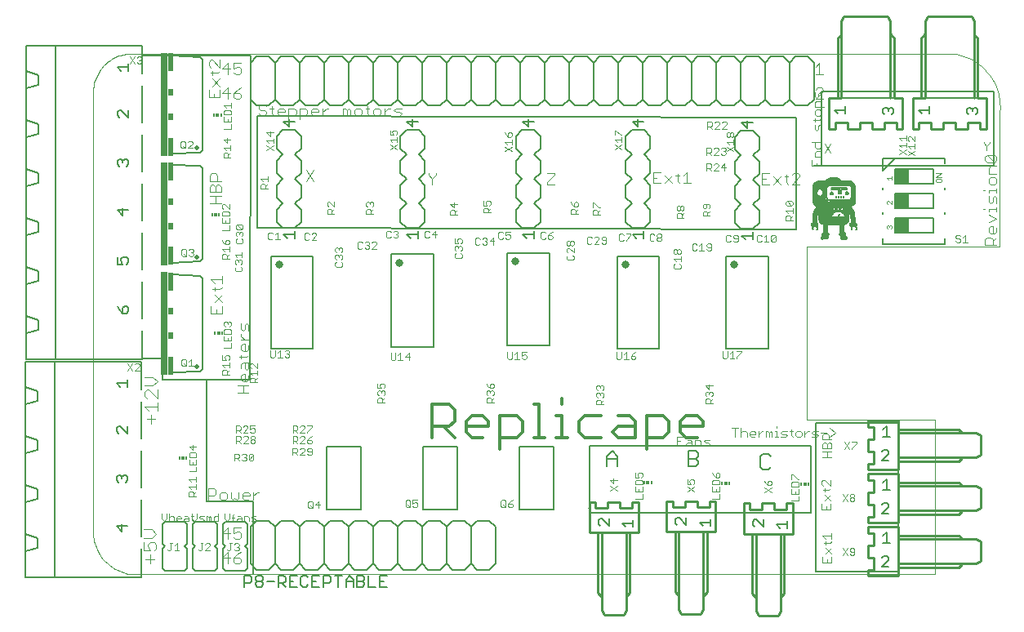
<source format=gto>
G75*
G70*
%OFA0B0*%
%FSLAX24Y24*%
%IPPOS*%
%LPD*%
%AMOC8*
5,1,8,0,0,1.08239X$1,22.5*
%
%ADD10C,0.0000*%
%ADD11C,0.0120*%
%ADD12C,0.0040*%
%ADD13C,0.0060*%
%ADD14C,0.0030*%
%ADD15C,0.0050*%
%ADD16C,0.0316*%
%ADD17R,0.0059X0.0118*%
%ADD18R,0.0118X0.0118*%
%ADD19C,0.0080*%
%ADD20C,0.0200*%
%ADD21R,0.0300X0.4200*%
%ADD22R,0.0200X0.0750*%
%ADD23R,0.0200X0.0300*%
%ADD24C,0.0070*%
%ADD25C,0.0100*%
%ADD26R,0.0591X0.0591*%
%ADD27C,0.0020*%
%ADD28R,0.1440X0.0080*%
%ADD29R,0.0060X0.0090*%
D10*
X004498Y001844D02*
X037293Y001844D01*
X037293Y008144D01*
X032057Y008144D01*
X032057Y015230D01*
X039931Y015230D01*
X039931Y020742D01*
X039930Y020742D02*
X039937Y020845D01*
X039939Y020949D01*
X039936Y021052D01*
X039928Y021155D01*
X039915Y021258D01*
X039898Y021360D01*
X039875Y021461D01*
X039848Y021561D01*
X039816Y021659D01*
X039780Y021756D01*
X039738Y021851D01*
X039693Y021944D01*
X039643Y022035D01*
X039589Y022123D01*
X039530Y022208D01*
X039468Y022291D01*
X039402Y022370D01*
X039332Y022446D01*
X039258Y022519D01*
X039181Y022588D01*
X039101Y022654D01*
X039018Y022716D01*
X038932Y022773D01*
X038843Y022827D01*
X038752Y022876D01*
X038659Y022921D01*
X038564Y022961D01*
X038467Y022997D01*
X038368Y023028D01*
X038268Y023054D01*
X038167Y023076D01*
X038065Y023092D01*
X037962Y023104D01*
X004498Y023104D01*
X004421Y023102D01*
X004344Y023096D01*
X004267Y023087D01*
X004191Y023074D01*
X004115Y023057D01*
X004041Y023036D01*
X003967Y023012D01*
X003895Y022984D01*
X003825Y022953D01*
X003756Y022918D01*
X003688Y022880D01*
X003623Y022839D01*
X003560Y022794D01*
X003499Y022746D01*
X003440Y022696D01*
X003384Y022643D01*
X003331Y022587D01*
X003281Y022528D01*
X003233Y022467D01*
X003188Y022404D01*
X003147Y022339D01*
X003109Y022271D01*
X003074Y022202D01*
X003043Y022132D01*
X003015Y022060D01*
X002991Y021986D01*
X002970Y021912D01*
X002953Y021836D01*
X002940Y021760D01*
X002931Y021683D01*
X002925Y021606D01*
X002923Y021529D01*
X002923Y003813D01*
X002922Y003813D02*
X002914Y003726D01*
X002911Y003638D01*
X002912Y003551D01*
X002918Y003463D01*
X002927Y003376D01*
X002941Y003290D01*
X002959Y003204D01*
X002981Y003120D01*
X003008Y003036D01*
X003038Y002954D01*
X003073Y002874D01*
X003111Y002795D01*
X003153Y002719D01*
X003199Y002644D01*
X003249Y002572D01*
X003302Y002502D01*
X003358Y002435D01*
X003418Y002371D01*
X003480Y002310D01*
X003546Y002252D01*
X003614Y002197D01*
X003685Y002146D01*
X003758Y002098D01*
X003834Y002054D01*
X003912Y002014D01*
X003991Y001977D01*
X004072Y001945D01*
X004155Y001916D01*
X004239Y001892D01*
X004324Y001872D01*
X004410Y001856D01*
X004497Y001844D01*
D11*
X016762Y007416D02*
X016762Y008797D01*
X017453Y008797D01*
X017683Y008567D01*
X017683Y008107D01*
X017453Y007877D01*
X016762Y007877D01*
X017223Y007877D02*
X017683Y007416D01*
X018144Y007646D02*
X018144Y008107D01*
X018374Y008337D01*
X018834Y008337D01*
X019064Y008107D01*
X019064Y007877D01*
X018144Y007877D01*
X018144Y007646D02*
X018374Y007416D01*
X018834Y007416D01*
X019525Y007416D02*
X020215Y007416D01*
X020445Y007646D01*
X020445Y008107D01*
X020215Y008337D01*
X019525Y008337D01*
X019525Y006956D01*
X020906Y007416D02*
X021366Y007416D01*
X021136Y007416D02*
X021136Y008797D01*
X020906Y008797D01*
X021827Y008337D02*
X022057Y008337D01*
X022057Y007416D01*
X021827Y007416D02*
X022287Y007416D01*
X022747Y007646D02*
X022977Y007416D01*
X023668Y007416D01*
X024128Y007646D02*
X024359Y007877D01*
X025049Y007877D01*
X025049Y008107D02*
X025049Y007416D01*
X024359Y007416D01*
X024128Y007646D01*
X024359Y008337D02*
X024819Y008337D01*
X025049Y008107D01*
X025510Y008337D02*
X026200Y008337D01*
X026430Y008107D01*
X026430Y007646D01*
X026200Y007416D01*
X025510Y007416D01*
X025510Y006956D02*
X025510Y008337D01*
X026891Y008107D02*
X026891Y007646D01*
X027121Y007416D01*
X027581Y007416D01*
X027811Y007877D02*
X026891Y007877D01*
X026891Y008107D02*
X027121Y008337D01*
X027581Y008337D01*
X027811Y008107D01*
X027811Y007877D01*
X023668Y008337D02*
X022977Y008337D01*
X022747Y008107D01*
X022747Y007646D01*
X022057Y008797D02*
X022057Y009028D01*
D12*
X009699Y005203D02*
X009623Y005203D01*
X009469Y005049D01*
X009469Y004896D02*
X009469Y005203D01*
X009316Y005126D02*
X009316Y005049D01*
X009009Y005049D01*
X009009Y004973D02*
X009009Y005126D01*
X009086Y005203D01*
X009239Y005203D01*
X009316Y005126D01*
X009239Y004896D02*
X009086Y004896D01*
X009009Y004973D01*
X008855Y004973D02*
X008855Y005203D01*
X008855Y004973D02*
X008779Y004896D01*
X008702Y004973D01*
X008625Y004896D01*
X008549Y004973D01*
X008549Y005203D01*
X008395Y005126D02*
X008395Y004973D01*
X008318Y004896D01*
X008165Y004896D01*
X008088Y004973D01*
X008088Y005126D01*
X008165Y005203D01*
X008318Y005203D01*
X008395Y005126D01*
X007935Y005126D02*
X007935Y005280D01*
X007858Y005356D01*
X007628Y005356D01*
X007628Y004896D01*
X007628Y005049D02*
X007858Y005049D01*
X007935Y005126D01*
X008427Y003756D02*
X008197Y003526D01*
X008504Y003526D01*
X008658Y003526D02*
X008811Y003602D01*
X008888Y003602D01*
X008965Y003526D01*
X008965Y003372D01*
X008888Y003296D01*
X008734Y003296D01*
X008658Y003372D01*
X008658Y003526D02*
X008658Y003756D01*
X008965Y003756D01*
X008427Y003756D02*
X008427Y003296D01*
X008427Y002756D02*
X008197Y002526D01*
X008504Y002526D01*
X008658Y002526D02*
X008888Y002526D01*
X008965Y002449D01*
X008965Y002372D01*
X008888Y002296D01*
X008734Y002296D01*
X008658Y002372D01*
X008658Y002526D01*
X008811Y002679D01*
X008965Y002756D01*
X008427Y002756D02*
X008427Y002296D01*
X005501Y002900D02*
X005415Y002813D01*
X005501Y002900D02*
X005501Y003073D01*
X005415Y003160D01*
X005241Y003160D01*
X005154Y003073D01*
X005154Y002987D01*
X005241Y002813D01*
X004981Y002813D01*
X004981Y003160D01*
X004981Y003329D02*
X005328Y003329D01*
X005501Y003502D01*
X005328Y003676D01*
X004981Y003676D01*
X005241Y002644D02*
X005241Y002297D01*
X005068Y002471D02*
X005415Y002471D01*
X005280Y008006D02*
X005280Y008353D01*
X005194Y008522D02*
X005020Y008695D01*
X005541Y008695D01*
X005541Y008522D02*
X005541Y008869D01*
X005541Y009037D02*
X005194Y009384D01*
X005107Y009384D01*
X005020Y009298D01*
X005020Y009124D01*
X005107Y009037D01*
X005541Y009037D02*
X005541Y009384D01*
X005367Y009553D02*
X005020Y009553D01*
X005020Y009900D02*
X005367Y009900D01*
X005541Y009726D01*
X005367Y009553D01*
X005454Y008180D02*
X005107Y008180D01*
X008809Y009266D02*
X009269Y009266D01*
X009039Y009266D02*
X009039Y009572D01*
X009039Y009726D02*
X008962Y009803D01*
X008962Y009956D01*
X009039Y010033D01*
X009116Y010033D01*
X009116Y009726D01*
X009192Y009726D02*
X009039Y009726D01*
X009192Y009726D02*
X009269Y009803D01*
X009269Y009956D01*
X009192Y010186D02*
X009116Y010263D01*
X009116Y010493D01*
X009039Y010493D02*
X009269Y010493D01*
X009269Y010263D01*
X009192Y010186D01*
X008962Y010263D02*
X008962Y010416D01*
X009039Y010493D01*
X008962Y010647D02*
X008962Y010800D01*
X008885Y010723D02*
X009192Y010723D01*
X009269Y010800D01*
X009192Y010954D02*
X009039Y010954D01*
X008962Y011030D01*
X008962Y011184D01*
X009039Y011260D01*
X009116Y011260D01*
X009116Y010954D01*
X009192Y010954D02*
X009269Y011030D01*
X009269Y011184D01*
X009269Y011414D02*
X008962Y011414D01*
X008962Y011567D02*
X008962Y011644D01*
X008962Y011567D02*
X009116Y011414D01*
X009039Y011798D02*
X008962Y011874D01*
X008962Y012104D01*
X009116Y012028D02*
X009116Y011874D01*
X009039Y011798D01*
X009269Y011798D02*
X009269Y012028D01*
X009192Y012104D01*
X009116Y012028D01*
X008178Y012494D02*
X008178Y012801D01*
X008178Y012955D02*
X007872Y013262D01*
X007872Y013415D02*
X007872Y013568D01*
X007795Y013492D02*
X008102Y013492D01*
X008178Y013568D01*
X008178Y013722D02*
X008178Y014029D01*
X008178Y013875D02*
X007718Y013875D01*
X007872Y013722D01*
X008178Y013262D02*
X007872Y012955D01*
X007718Y012801D02*
X007718Y012494D01*
X008178Y012494D01*
X007948Y012494D02*
X007948Y012648D01*
X008809Y009572D02*
X009269Y009572D01*
X008139Y016983D02*
X007679Y016983D01*
X007909Y016983D02*
X007909Y017289D01*
X007909Y017443D02*
X007909Y017673D01*
X007986Y017750D01*
X008062Y017750D01*
X008139Y017673D01*
X008139Y017443D01*
X007679Y017443D01*
X007679Y017673D01*
X007755Y017750D01*
X007832Y017750D01*
X007909Y017673D01*
X007986Y017903D02*
X007986Y018133D01*
X007909Y018210D01*
X007755Y018210D01*
X007679Y018133D01*
X007679Y017903D01*
X008139Y017903D01*
X008139Y017289D02*
X007679Y017289D01*
X011604Y017888D02*
X011911Y018348D01*
X011604Y018348D02*
X011911Y017888D01*
X011363Y020412D02*
X011363Y020872D01*
X011593Y020872D01*
X011670Y020795D01*
X011670Y020642D01*
X011593Y020565D01*
X011363Y020565D01*
X011210Y020642D02*
X011133Y020565D01*
X010903Y020565D01*
X010903Y020412D02*
X010903Y020872D01*
X011133Y020872D01*
X011210Y020795D01*
X011210Y020642D01*
X010749Y020719D02*
X010442Y020719D01*
X010442Y020795D02*
X010519Y020872D01*
X010673Y020872D01*
X010749Y020795D01*
X010749Y020719D01*
X010673Y020565D02*
X010519Y020565D01*
X010442Y020642D01*
X010442Y020795D01*
X010289Y020872D02*
X010135Y020872D01*
X010212Y020949D02*
X010212Y020642D01*
X010289Y020565D01*
X009982Y020642D02*
X009905Y020565D01*
X009752Y020565D01*
X009675Y020642D01*
X009752Y020795D02*
X009905Y020795D01*
X009982Y020719D01*
X009982Y020642D01*
X009752Y020795D02*
X009675Y020872D01*
X009675Y020949D01*
X009752Y021026D01*
X009905Y021026D01*
X009982Y020949D01*
X008968Y021333D02*
X008968Y021410D01*
X008892Y021486D01*
X008662Y021486D01*
X008662Y021333D01*
X008738Y021256D01*
X008892Y021256D01*
X008968Y021333D01*
X008662Y021486D02*
X008815Y021640D01*
X008968Y021716D01*
X008508Y021486D02*
X008201Y021486D01*
X008431Y021716D01*
X008431Y021256D01*
X008100Y021313D02*
X008100Y021620D01*
X008100Y021774D02*
X007793Y022080D01*
X007793Y022234D02*
X007793Y022387D01*
X007716Y022311D02*
X008023Y022311D01*
X008100Y022387D01*
X008201Y022486D02*
X008508Y022486D01*
X008662Y022486D02*
X008815Y022563D01*
X008892Y022563D01*
X008968Y022486D01*
X008968Y022333D01*
X008892Y022256D01*
X008738Y022256D01*
X008662Y022333D01*
X008662Y022486D02*
X008662Y022716D01*
X008968Y022716D01*
X008431Y022716D02*
X008201Y022486D01*
X008100Y022541D02*
X007793Y022848D01*
X007716Y022848D01*
X007639Y022771D01*
X007639Y022618D01*
X007716Y022541D01*
X008100Y022541D02*
X008100Y022848D01*
X008431Y022716D02*
X008431Y022256D01*
X008100Y022080D02*
X007793Y021774D01*
X007639Y021620D02*
X007639Y021313D01*
X008100Y021313D01*
X007870Y021313D02*
X007870Y021467D01*
X011823Y020795D02*
X011900Y020872D01*
X012054Y020872D01*
X012130Y020795D01*
X012130Y020719D01*
X011823Y020719D01*
X011823Y020795D02*
X011823Y020642D01*
X011900Y020565D01*
X012054Y020565D01*
X012284Y020565D02*
X012284Y020872D01*
X012284Y020719D02*
X012437Y020872D01*
X012514Y020872D01*
X013128Y020872D02*
X013128Y020565D01*
X013281Y020565D02*
X013281Y020795D01*
X013358Y020872D01*
X013435Y020795D01*
X013435Y020565D01*
X013588Y020642D02*
X013665Y020565D01*
X013818Y020565D01*
X013895Y020642D01*
X013895Y020795D01*
X013818Y020872D01*
X013665Y020872D01*
X013588Y020795D01*
X013588Y020642D01*
X013281Y020795D02*
X013204Y020872D01*
X013128Y020872D01*
X014048Y020872D02*
X014202Y020872D01*
X014125Y020949D02*
X014125Y020642D01*
X014202Y020565D01*
X014355Y020642D02*
X014432Y020565D01*
X014586Y020565D01*
X014662Y020642D01*
X014662Y020795D01*
X014586Y020872D01*
X014432Y020872D01*
X014355Y020795D01*
X014355Y020642D01*
X014816Y020719D02*
X014969Y020872D01*
X015046Y020872D01*
X015199Y020795D02*
X015276Y020872D01*
X015506Y020872D01*
X015429Y020719D02*
X015276Y020719D01*
X015199Y020795D01*
X015199Y020565D02*
X015429Y020565D01*
X015506Y020642D01*
X015429Y020719D01*
X014816Y020872D02*
X014816Y020565D01*
X016604Y018230D02*
X016604Y018154D01*
X016758Y018000D01*
X016758Y017770D01*
X016758Y018000D02*
X016911Y018154D01*
X016911Y018230D01*
X021447Y018230D02*
X021754Y018230D01*
X021754Y018154D01*
X021447Y017847D01*
X021447Y017770D01*
X021754Y017770D01*
X025777Y017809D02*
X026084Y017809D01*
X026238Y017809D02*
X026545Y018116D01*
X026698Y018116D02*
X026852Y018116D01*
X026775Y018193D02*
X026775Y017886D01*
X026852Y017809D01*
X027005Y017809D02*
X027312Y017809D01*
X027159Y017809D02*
X027159Y018270D01*
X027005Y018116D01*
X026545Y017809D02*
X026238Y018116D01*
X026084Y018270D02*
X025777Y018270D01*
X025777Y017809D01*
X025777Y018039D02*
X025931Y018039D01*
X030226Y018000D02*
X030380Y018000D01*
X030226Y017770D02*
X030533Y017770D01*
X030687Y017770D02*
X030994Y018077D01*
X031147Y018077D02*
X031300Y018077D01*
X031224Y018154D02*
X031224Y017847D01*
X031300Y017770D01*
X031454Y017770D02*
X031761Y018077D01*
X031761Y018154D01*
X031684Y018230D01*
X031531Y018230D01*
X031454Y018154D01*
X031454Y017770D02*
X031761Y017770D01*
X030994Y017770D02*
X030687Y018077D01*
X030533Y018230D02*
X030226Y018230D01*
X030226Y017770D01*
X032412Y021256D02*
X032719Y021563D01*
X032719Y021640D01*
X032642Y021716D01*
X032488Y021716D01*
X032412Y021640D01*
X032412Y021256D02*
X032719Y021256D01*
X032719Y022256D02*
X032412Y022256D01*
X032565Y022256D02*
X032565Y022716D01*
X032412Y022563D01*
X039332Y018896D02*
X039409Y018972D01*
X039716Y018666D01*
X039793Y018742D01*
X039793Y018896D01*
X039716Y018972D01*
X039409Y018972D01*
X039332Y018896D02*
X039332Y018742D01*
X039409Y018666D01*
X039716Y018666D01*
X039793Y018512D02*
X039562Y018512D01*
X039486Y018435D01*
X039486Y018205D01*
X039793Y018205D01*
X039716Y018052D02*
X039562Y018052D01*
X039486Y017975D01*
X039486Y017821D01*
X039562Y017745D01*
X039716Y017745D01*
X039793Y017821D01*
X039793Y017975D01*
X039716Y018052D01*
X039793Y017591D02*
X039793Y017438D01*
X039793Y017515D02*
X039486Y017515D01*
X039486Y017438D01*
X039486Y017284D02*
X039486Y017054D01*
X039562Y016978D01*
X039639Y017054D01*
X039639Y017208D01*
X039716Y017284D01*
X039793Y017208D01*
X039793Y016978D01*
X039793Y016824D02*
X039793Y016671D01*
X039793Y016747D02*
X039486Y016747D01*
X039486Y016671D01*
X039486Y016517D02*
X039793Y016364D01*
X039486Y016210D01*
X039562Y016057D02*
X039639Y016057D01*
X039639Y015750D01*
X039562Y015750D02*
X039486Y015827D01*
X039486Y015980D01*
X039562Y016057D01*
X039793Y015980D02*
X039793Y015827D01*
X039716Y015750D01*
X039562Y015750D01*
X039562Y015596D02*
X039639Y015520D01*
X039639Y015290D01*
X039639Y015443D02*
X039793Y015596D01*
X039562Y015596D02*
X039409Y015596D01*
X039332Y015520D01*
X039332Y015290D01*
X039793Y015290D01*
X039332Y016747D02*
X039256Y016747D01*
X039256Y017515D02*
X039332Y017515D01*
D13*
X000146Y002786D02*
X000146Y001736D01*
X001346Y001736D01*
X004896Y001736D01*
X004896Y002886D01*
X004896Y003386D02*
X004896Y004886D01*
X004896Y005386D02*
X004896Y006886D01*
X004896Y007386D02*
X004896Y008886D01*
X004896Y009386D02*
X004896Y010536D01*
X001346Y010536D01*
X000146Y010536D01*
X000146Y009486D01*
X000146Y008786D01*
X000146Y007486D01*
X000146Y006786D01*
X000146Y005486D01*
X000646Y005336D01*
X000646Y004936D01*
X000146Y004786D01*
X000146Y003486D01*
X000646Y003336D01*
X000646Y002936D01*
X000146Y002786D01*
X000146Y003486D01*
X000146Y004786D02*
X000146Y005486D01*
X000146Y006786D02*
X000646Y006936D01*
X000646Y007336D01*
X000146Y007486D01*
X000146Y008786D02*
X000646Y008936D01*
X000646Y009336D01*
X000146Y009486D01*
X001346Y010536D02*
X001346Y001736D01*
X005769Y002086D02*
X005869Y001986D01*
X006669Y001986D01*
X006769Y002086D01*
X006769Y002886D01*
X006669Y002986D01*
X006769Y003086D01*
X006769Y003886D01*
X006669Y003986D01*
X005869Y003986D01*
X005769Y003886D01*
X005769Y003086D01*
X005869Y002986D01*
X005769Y002886D01*
X005769Y002086D01*
X006990Y002086D02*
X006990Y002886D01*
X007090Y002986D01*
X006990Y003086D01*
X006990Y003886D01*
X007090Y003986D01*
X007890Y003986D01*
X007990Y003886D01*
X007990Y003086D01*
X007890Y002986D01*
X007990Y002886D01*
X007990Y002086D01*
X007890Y001986D01*
X007090Y001986D01*
X006990Y002086D01*
X008210Y002086D02*
X008210Y002886D01*
X008310Y002986D01*
X008210Y003086D01*
X008210Y003886D01*
X008310Y003986D01*
X009110Y003986D01*
X009210Y003886D01*
X009210Y003086D01*
X009110Y002986D01*
X009210Y002886D01*
X009210Y002086D01*
X009110Y001986D01*
X008310Y001986D01*
X008210Y002086D01*
X009348Y002276D02*
X009598Y002026D01*
X010098Y002026D01*
X010348Y002276D01*
X010598Y002026D01*
X011098Y002026D01*
X011348Y002276D01*
X011598Y002026D01*
X012098Y002026D01*
X012348Y002276D01*
X012348Y003776D01*
X012098Y004026D01*
X011598Y004026D01*
X011348Y003776D01*
X011098Y004026D01*
X010598Y004026D01*
X010348Y003776D01*
X010098Y004026D01*
X009598Y004026D01*
X009348Y003776D01*
X009348Y002276D01*
X009458Y001884D02*
X009458Y004837D01*
X007569Y004837D01*
X007569Y009797D01*
X009317Y009797D01*
X009340Y023033D01*
X004970Y023026D01*
X004935Y023441D02*
X004935Y022291D01*
X004935Y021791D02*
X004935Y020291D01*
X004935Y019791D02*
X004935Y018291D01*
X004935Y017791D02*
X004935Y016291D01*
X004935Y015791D02*
X004935Y014291D01*
X004935Y013791D02*
X004935Y012291D01*
X004935Y011791D02*
X004935Y010641D01*
X001385Y010641D01*
X000185Y010641D01*
X000185Y011691D01*
X000685Y011841D01*
X000685Y012241D01*
X000185Y012391D01*
X000185Y011691D01*
X000185Y012391D02*
X000185Y013691D01*
X000685Y013841D01*
X000685Y014241D01*
X000185Y014391D01*
X000185Y013691D01*
X000185Y014391D02*
X000185Y015691D01*
X000685Y015841D01*
X000685Y016241D01*
X000185Y016391D01*
X000185Y015691D01*
X000185Y016391D02*
X000185Y017691D01*
X000685Y017841D01*
X000685Y018241D01*
X000185Y018391D01*
X000185Y017691D01*
X000185Y018391D02*
X000185Y019691D01*
X000185Y020391D01*
X000685Y020241D01*
X000685Y019841D01*
X000185Y019691D01*
X000185Y020391D02*
X000185Y021691D01*
X000185Y022391D01*
X000685Y022241D01*
X000685Y021841D01*
X000185Y021691D01*
X000185Y022391D02*
X000185Y023441D01*
X001385Y023441D01*
X001385Y010641D01*
X004931Y010663D02*
X005718Y010663D01*
X005742Y009789D01*
X007569Y009797D01*
X007279Y010131D02*
X006129Y010081D01*
X007279Y010131D02*
X007379Y010231D01*
X007379Y013931D01*
X007279Y014031D01*
X006129Y014081D01*
X006129Y014569D02*
X007279Y014619D01*
X007379Y014719D01*
X007379Y018419D01*
X007279Y018519D01*
X006129Y018569D01*
X006129Y019018D02*
X007279Y019068D01*
X007379Y019168D01*
X007379Y022868D01*
X007279Y022968D01*
X006129Y023018D01*
X004935Y023441D02*
X001385Y023441D01*
X009352Y022736D02*
X009352Y021236D01*
X009602Y020986D01*
X010102Y020986D01*
X010352Y021236D01*
X010602Y020986D01*
X011102Y020986D01*
X011352Y021236D01*
X011602Y020986D01*
X012102Y020986D01*
X012352Y021236D01*
X012352Y022736D01*
X012102Y022986D01*
X011602Y022986D01*
X011352Y022736D01*
X011102Y022986D01*
X010602Y022986D01*
X010352Y022736D01*
X010102Y022986D01*
X009602Y022986D01*
X009352Y022736D01*
X010352Y022736D02*
X010352Y021236D01*
X011352Y021236D02*
X011352Y022736D01*
X012352Y022736D02*
X012602Y022986D01*
X013102Y022986D01*
X013352Y022736D01*
X013352Y021236D01*
X013102Y020986D01*
X012602Y020986D01*
X012352Y021236D01*
X013352Y021236D02*
X013602Y020986D01*
X014102Y020986D01*
X014352Y021236D01*
X014352Y022736D01*
X014602Y022986D01*
X015102Y022986D01*
X015352Y022736D01*
X015352Y021236D01*
X015102Y020986D01*
X014602Y020986D01*
X014352Y021236D01*
X015352Y021236D02*
X015602Y020986D01*
X016102Y020986D01*
X016352Y021236D01*
X016352Y022736D01*
X016602Y022986D01*
X017102Y022986D01*
X017352Y022736D01*
X017352Y021236D01*
X017102Y020986D01*
X016602Y020986D01*
X016352Y021236D01*
X017352Y021236D02*
X017602Y020986D01*
X018102Y020986D01*
X018352Y021236D01*
X018352Y022736D01*
X018602Y022986D01*
X019102Y022986D01*
X019352Y022736D01*
X019352Y021236D01*
X019102Y020986D01*
X018602Y020986D01*
X018352Y021236D01*
X019352Y021236D02*
X019602Y020986D01*
X020102Y020986D01*
X020352Y021236D01*
X020352Y022736D01*
X020602Y022986D01*
X021102Y022986D01*
X021352Y022736D01*
X021352Y021236D01*
X021102Y020986D01*
X020602Y020986D01*
X020352Y021236D01*
X021352Y021236D02*
X021602Y020986D01*
X022102Y020986D01*
X022352Y021236D01*
X022352Y022736D01*
X022602Y022986D01*
X023102Y022986D01*
X023352Y022736D01*
X023352Y021236D01*
X023102Y020986D01*
X022602Y020986D01*
X022352Y021236D01*
X023352Y021236D02*
X023602Y020986D01*
X024102Y020986D01*
X024352Y021236D01*
X024352Y022736D01*
X024602Y022986D01*
X025102Y022986D01*
X025352Y022736D01*
X025352Y021236D01*
X025102Y020986D01*
X024602Y020986D01*
X024352Y021236D01*
X025352Y021236D02*
X025602Y020986D01*
X026102Y020986D01*
X026352Y021236D01*
X026352Y022736D01*
X026102Y022986D01*
X025602Y022986D01*
X025352Y022736D01*
X026352Y022736D02*
X026602Y022986D01*
X027102Y022986D01*
X027352Y022736D01*
X027352Y021236D01*
X027102Y020986D01*
X026602Y020986D01*
X026352Y021236D01*
X027352Y021236D02*
X027602Y020986D01*
X028102Y020986D01*
X028352Y021236D01*
X028352Y022736D01*
X028102Y022986D01*
X027602Y022986D01*
X027352Y022736D01*
X028352Y022736D02*
X028602Y022986D01*
X029102Y022986D01*
X029352Y022736D01*
X029352Y021236D01*
X029102Y020986D01*
X028602Y020986D01*
X028352Y021236D01*
X029352Y021236D02*
X029602Y020986D01*
X030102Y020986D01*
X030352Y021236D01*
X030352Y022736D01*
X030102Y022986D01*
X029602Y022986D01*
X029352Y022736D01*
X030352Y022736D02*
X030602Y022986D01*
X031102Y022986D01*
X031352Y022736D01*
X031352Y021236D01*
X031102Y020986D01*
X030602Y020986D01*
X030352Y021236D01*
X031352Y021236D02*
X031602Y020986D01*
X032102Y020986D01*
X032352Y021236D01*
X032352Y022736D01*
X032102Y022986D01*
X031602Y022986D01*
X031352Y022736D01*
X032647Y021569D02*
X039694Y021569D01*
X039694Y018537D01*
X032332Y018537D01*
X032647Y018577D02*
X032647Y021569D01*
X031624Y020506D02*
X009616Y020545D01*
X009616Y015978D01*
X031624Y015939D01*
X031624Y020506D01*
X030116Y019697D02*
X030116Y019197D01*
X029866Y018947D01*
X030116Y018697D01*
X030116Y018197D01*
X029866Y017947D01*
X030116Y017697D01*
X030116Y017197D01*
X029866Y016947D01*
X030116Y016697D01*
X030116Y016197D01*
X029866Y015947D01*
X029366Y015947D01*
X029116Y016197D01*
X029116Y016697D01*
X029366Y016947D01*
X029116Y017197D01*
X029116Y017697D01*
X029366Y017947D01*
X029116Y018197D01*
X029116Y018697D01*
X029366Y018947D01*
X029116Y019197D01*
X029116Y019697D01*
X029366Y019947D01*
X029866Y019947D01*
X030116Y019697D01*
X032360Y017733D02*
X032360Y017143D01*
X032370Y017133D01*
X032370Y017023D01*
X032460Y016933D01*
X032470Y016933D01*
X032530Y016873D01*
X032530Y017253D01*
X032540Y017263D01*
X032520Y017263D01*
X032450Y017333D01*
X032450Y017523D01*
X032550Y017623D01*
X032550Y017753D01*
X032450Y017753D01*
X032420Y017783D01*
X032420Y017793D01*
X032360Y017733D01*
X032360Y017710D02*
X032550Y017710D01*
X032580Y017710D02*
X032897Y017710D01*
X032900Y017713D02*
X032840Y017653D01*
X032840Y017283D01*
X032830Y017273D01*
X032830Y017263D01*
X032800Y017233D01*
X032800Y017173D01*
X032810Y017163D01*
X032810Y017123D01*
X032840Y017093D01*
X032600Y017093D01*
X032590Y017103D01*
X032590Y017203D01*
X032570Y017223D01*
X032640Y017223D01*
X032700Y017283D01*
X032700Y017293D01*
X032770Y017363D01*
X032770Y017483D01*
X032760Y017493D01*
X032760Y017503D01*
X032650Y017613D01*
X032580Y017613D01*
X032580Y017743D01*
X032570Y017753D01*
X032880Y017753D01*
X032900Y017733D01*
X032900Y017713D01*
X032900Y017763D02*
X032980Y017753D01*
X033320Y017963D01*
X033260Y017963D02*
X033259Y017972D01*
X033254Y017980D01*
X033248Y017987D01*
X033239Y017991D01*
X033230Y017993D01*
X033140Y017993D01*
X033064Y017985D01*
X032990Y017964D01*
X032921Y017929D01*
X032860Y017883D01*
X032843Y017870D01*
X032823Y017862D01*
X032801Y017860D01*
X032780Y017863D01*
X032510Y017863D01*
X032510Y017853D01*
X032500Y017853D01*
X033820Y017853D01*
X033460Y017853D01*
X033430Y017883D01*
X033428Y017898D01*
X033421Y017912D01*
X033410Y017923D01*
X033396Y017930D01*
X033380Y017933D01*
X033180Y017933D01*
X033182Y017942D01*
X033186Y017950D01*
X033193Y017957D01*
X033201Y017961D01*
X033210Y017963D01*
X033260Y017963D01*
X033183Y017944D02*
X032950Y017944D01*
X032864Y017885D02*
X033430Y017885D01*
X033470Y017893D02*
X033760Y017893D01*
X033850Y017773D02*
X033900Y017773D01*
X033900Y017763D01*
X033920Y017773D01*
X033940Y017773D01*
X033940Y017703D01*
X033970Y017703D01*
X033970Y017683D01*
X033990Y017683D01*
X033990Y017063D01*
X033800Y017063D01*
X033820Y017063D01*
X033826Y017064D01*
X033831Y017067D01*
X033834Y017072D01*
X033835Y017078D01*
X033834Y017083D01*
X033831Y017088D01*
X033826Y017091D01*
X033820Y017093D01*
X033830Y017093D01*
X033851Y017095D01*
X033870Y017103D01*
X033887Y017116D01*
X033900Y017132D01*
X033909Y017151D01*
X033912Y017172D01*
X033910Y017193D01*
X033920Y017193D01*
X033920Y017603D01*
X033910Y017603D01*
X033910Y017713D01*
X033860Y017713D01*
X033860Y017733D01*
X033850Y017733D01*
X033850Y017773D01*
X033850Y017768D02*
X033900Y017768D01*
X033911Y017768D02*
X033940Y017768D01*
X033940Y017710D02*
X033910Y017710D01*
X033910Y017651D02*
X033990Y017651D01*
X034010Y017643D02*
X034010Y017123D01*
X033990Y017124D02*
X033894Y017124D01*
X033911Y017183D02*
X033990Y017183D01*
X033990Y017241D02*
X033920Y017241D01*
X033880Y017263D02*
X033880Y017593D01*
X033920Y017593D02*
X033990Y017593D01*
X033990Y017534D02*
X033920Y017534D01*
X033920Y017475D02*
X033990Y017475D01*
X033990Y017417D02*
X033920Y017417D01*
X033920Y017358D02*
X033990Y017358D01*
X033990Y017300D02*
X033920Y017300D01*
X033880Y017253D02*
X033880Y017232D01*
X033876Y017212D01*
X033869Y017192D01*
X033858Y017174D01*
X033845Y017158D01*
X033829Y017145D01*
X033811Y017134D01*
X033791Y017127D01*
X033771Y017123D01*
X033750Y017123D01*
X033750Y017113D02*
X033020Y017113D01*
X033020Y017103D02*
X033760Y017103D01*
X033760Y017113D01*
X033829Y017066D02*
X033990Y017066D01*
X033970Y017043D02*
X033970Y017013D01*
X033920Y016963D01*
X033870Y016963D01*
X033790Y016883D01*
X033790Y016853D01*
X033800Y016843D01*
X032550Y016843D01*
X032530Y016863D01*
X032530Y017063D01*
X032540Y017073D01*
X032550Y017063D01*
X032550Y017073D01*
X032850Y017073D01*
X032890Y017033D01*
X033030Y017033D01*
X033040Y017043D01*
X033970Y017043D01*
X033965Y017007D02*
X032530Y017007D01*
X032386Y017007D01*
X032370Y017066D02*
X032530Y017066D01*
X032533Y017066D02*
X032547Y017066D01*
X032550Y017066D02*
X032857Y017066D01*
X032810Y017124D02*
X032590Y017124D01*
X032590Y017183D02*
X032800Y017183D01*
X032809Y017241D02*
X032659Y017241D01*
X032707Y017300D02*
X032840Y017300D01*
X032860Y017263D02*
X032860Y017593D01*
X032870Y017593D01*
X032840Y017593D02*
X032670Y017593D01*
X032729Y017534D02*
X032840Y017534D01*
X032840Y017475D02*
X032770Y017475D01*
X032770Y017417D02*
X032840Y017417D01*
X032840Y017358D02*
X032766Y017358D01*
X032600Y017273D02*
X032576Y017277D01*
X032553Y017285D01*
X032531Y017296D01*
X032511Y017311D01*
X032494Y017329D01*
X032480Y017349D01*
X032469Y017371D01*
X032462Y017395D01*
X032458Y017419D01*
X032459Y017443D01*
X032463Y017468D01*
X032471Y017491D01*
X032482Y017513D01*
X032497Y017532D01*
X032515Y017550D01*
X032535Y017564D01*
X032557Y017575D01*
X032580Y017582D01*
X032520Y017593D02*
X032360Y017593D01*
X032360Y017651D02*
X032550Y017651D01*
X032550Y017883D02*
X032522Y017884D01*
X032494Y017881D01*
X032467Y017874D01*
X032440Y017865D01*
X032415Y017851D01*
X032392Y017835D01*
X032372Y017816D01*
X032353Y017795D01*
X032338Y017771D01*
X032326Y017745D01*
X032317Y017719D01*
X032312Y017691D01*
X032310Y017663D01*
X032320Y017653D02*
X032320Y017093D01*
X032370Y017124D02*
X032530Y017124D01*
X032320Y017092D02*
X032321Y017064D01*
X032325Y017037D01*
X032332Y017010D01*
X032344Y016985D01*
X032358Y016961D01*
X032376Y016939D01*
X032396Y016920D01*
X032419Y016904D01*
X032444Y016892D01*
X032470Y016882D01*
X032513Y016890D02*
X032530Y016890D01*
X033798Y016890D01*
X033830Y016823D02*
X033780Y016773D01*
X033580Y016773D01*
X033530Y016723D01*
X033530Y016703D01*
X033200Y016693D01*
X033210Y016683D01*
X033490Y016683D01*
X033620Y016553D01*
X033630Y016553D01*
X033660Y016523D01*
X033660Y016443D01*
X033670Y016433D01*
X033720Y016433D01*
X033720Y016703D01*
X033770Y016703D01*
X033830Y016643D01*
X033830Y016583D01*
X033880Y016533D01*
X033880Y016443D01*
X033910Y016413D01*
X033910Y016183D01*
X033880Y016153D01*
X033860Y016153D01*
X033860Y016103D01*
X033880Y016083D01*
X033900Y016083D01*
X033920Y016063D01*
X034010Y016063D01*
X034040Y016093D01*
X034040Y016113D01*
X034020Y016133D01*
X034020Y016143D01*
X033990Y016173D01*
X033990Y016473D01*
X033940Y016523D01*
X033940Y016613D01*
X033890Y016663D01*
X033890Y016733D01*
X033830Y016793D01*
X033830Y016823D01*
X033850Y016773D02*
X033781Y016773D01*
X033770Y016803D02*
X033770Y016813D01*
X033540Y016813D01*
X033530Y016823D01*
X033450Y016823D01*
X033490Y016863D01*
X033500Y016863D01*
X033540Y016823D01*
X033540Y016793D01*
X033550Y016783D01*
X033550Y016743D01*
X033710Y016743D01*
X033770Y016803D01*
X033741Y016773D02*
X033550Y016773D01*
X033427Y016763D02*
X033429Y016778D01*
X033434Y016792D01*
X033443Y016805D01*
X033454Y016815D01*
X033468Y016822D01*
X033482Y016826D01*
X033498Y016826D01*
X033512Y016822D01*
X033526Y016815D01*
X033537Y016805D01*
X033546Y016792D01*
X033551Y016778D01*
X033553Y016763D01*
X033551Y016748D01*
X033546Y016734D01*
X033537Y016721D01*
X033526Y016711D01*
X033512Y016704D01*
X033498Y016700D01*
X033482Y016700D01*
X033468Y016704D01*
X033454Y016711D01*
X033443Y016721D01*
X033434Y016734D01*
X033429Y016748D01*
X033427Y016763D01*
X033459Y016831D02*
X033531Y016831D01*
X033530Y016714D02*
X033890Y016714D01*
X033897Y016656D02*
X033817Y016656D01*
X033770Y016673D02*
X033750Y016673D01*
X033750Y016343D01*
X033710Y016363D02*
X032620Y016363D01*
X032620Y016305D02*
X033710Y016305D01*
X033680Y016273D02*
X033680Y016253D01*
X033710Y016253D01*
X033710Y016383D01*
X033400Y016383D01*
X033400Y016403D01*
X033270Y016403D01*
X033270Y016373D01*
X033000Y016373D01*
X033000Y016693D01*
X032550Y016693D01*
X032550Y016683D01*
X032590Y016683D01*
X032620Y016653D01*
X032620Y016273D01*
X032670Y016223D01*
X032690Y016223D01*
X032730Y016183D01*
X032790Y016183D01*
X032800Y016173D01*
X032800Y015783D01*
X032760Y015743D01*
X032760Y015733D01*
X032750Y015723D01*
X032750Y015703D01*
X032720Y015673D01*
X032720Y015643D01*
X032710Y015633D01*
X032710Y015593D01*
X032700Y015583D01*
X032840Y015583D01*
X032880Y015623D01*
X032880Y015723D01*
X032900Y015743D01*
X032870Y015773D01*
X032870Y016133D01*
X032910Y016173D01*
X033450Y016173D01*
X033460Y016163D01*
X033460Y015773D01*
X033430Y015773D01*
X033410Y015753D01*
X033403Y015743D01*
X033400Y015732D01*
X033400Y015720D01*
X033404Y015709D01*
X033411Y015699D01*
X033420Y015693D01*
X033440Y015693D01*
X033440Y015633D01*
X033500Y015633D01*
X033500Y015583D01*
X033640Y015583D01*
X033640Y015603D01*
X033600Y015603D01*
X033600Y015733D01*
X033550Y015733D01*
X033550Y016163D01*
X033580Y016163D01*
X033580Y016283D01*
X033590Y016283D01*
X033590Y016183D01*
X033660Y016183D01*
X033660Y016273D01*
X033680Y016273D01*
X033660Y016246D02*
X033590Y016246D01*
X033580Y016246D02*
X032647Y016246D01*
X032580Y016303D02*
X032570Y016313D01*
X032570Y016643D01*
X032580Y016683D02*
X032560Y016703D01*
X032560Y016793D01*
X032570Y016803D01*
X032580Y016803D01*
X033170Y016833D01*
X033150Y016833D01*
X033090Y016823D01*
X032950Y016683D01*
X032580Y016683D01*
X032560Y016714D02*
X032982Y016714D01*
X033040Y016714D02*
X033088Y016714D01*
X033060Y016743D02*
X033040Y016743D01*
X033040Y016503D01*
X033040Y016523D01*
X033170Y016653D01*
X033150Y016653D01*
X033060Y016743D01*
X033041Y016773D02*
X032560Y016773D01*
X032530Y016773D02*
X032480Y016773D01*
X032480Y016763D02*
X032460Y016763D01*
X032460Y016733D01*
X032450Y016733D01*
X032450Y016703D01*
X032430Y016703D01*
X032430Y016633D01*
X032400Y016603D01*
X032400Y016553D01*
X032390Y016543D01*
X032390Y016493D01*
X032350Y016453D01*
X032350Y016373D01*
X032330Y016353D01*
X032330Y016223D01*
X032350Y016203D01*
X032350Y016173D01*
X032320Y016143D01*
X032320Y016123D01*
X032300Y016103D01*
X032300Y016093D01*
X032320Y016073D01*
X032440Y016073D01*
X032440Y016083D01*
X032480Y016123D01*
X032470Y016123D01*
X032430Y016163D01*
X032430Y016533D01*
X032460Y016563D01*
X032460Y016623D01*
X032530Y016693D01*
X032530Y016803D01*
X032540Y016813D01*
X032500Y016813D01*
X032500Y016793D01*
X032480Y016793D01*
X032480Y016763D01*
X032450Y016714D02*
X032530Y016714D01*
X032494Y016656D02*
X032430Y016656D01*
X032410Y016653D02*
X032340Y016453D01*
X032350Y016422D02*
X032430Y016422D01*
X032430Y016480D02*
X032378Y016480D01*
X032390Y016539D02*
X032436Y016539D01*
X032460Y016597D02*
X032400Y016597D01*
X032310Y016403D02*
X032310Y016183D01*
X032350Y016188D02*
X032430Y016188D01*
X032430Y016246D02*
X032330Y016246D01*
X032330Y016305D02*
X032430Y016305D01*
X032430Y016363D02*
X032341Y016363D01*
X032320Y016129D02*
X032464Y016129D01*
X032460Y016183D02*
X032473Y016176D01*
X032484Y016165D01*
X032493Y016152D01*
X032498Y016138D01*
X032500Y016123D01*
X032498Y016108D01*
X032493Y016094D01*
X032484Y016081D01*
X032473Y016070D01*
X032460Y016063D01*
X032460Y015923D02*
X032471Y015938D01*
X032478Y015956D01*
X032482Y015974D01*
X032482Y015992D01*
X032478Y016011D01*
X032470Y016028D01*
X032460Y016043D01*
X032447Y016056D01*
X032431Y016066D01*
X032414Y016073D01*
X032395Y016076D01*
X032377Y016075D01*
X032359Y016071D01*
X032342Y016063D01*
X032327Y016052D01*
X032314Y016038D01*
X032305Y016022D01*
X032299Y016005D01*
X032296Y015986D01*
X032297Y015968D01*
X032302Y015950D01*
X032311Y015933D01*
X032300Y016053D02*
X032286Y016064D01*
X032274Y016077D01*
X032266Y016092D01*
X032260Y016109D01*
X032259Y016126D01*
X032261Y016143D01*
X032267Y016160D01*
X032277Y016175D01*
X032289Y016187D01*
X032304Y016196D01*
X032320Y016203D01*
X032620Y016422D02*
X033000Y016422D01*
X033050Y016413D02*
X033043Y016414D01*
X033038Y016419D01*
X033035Y016425D01*
X033035Y016431D01*
X033038Y016437D01*
X033043Y016442D01*
X033050Y016443D01*
X033050Y016413D02*
X033270Y016413D01*
X033290Y016423D02*
X033296Y016435D01*
X033305Y016444D01*
X033316Y016451D01*
X033328Y016455D01*
X033342Y016455D01*
X033354Y016451D01*
X033365Y016444D01*
X033374Y016435D01*
X033380Y016423D01*
X033400Y016413D02*
X033620Y016413D01*
X033628Y016415D01*
X033634Y016419D01*
X033638Y016425D01*
X033640Y016433D01*
X033638Y016441D01*
X033634Y016447D01*
X033628Y016451D01*
X033620Y016453D01*
X033660Y016480D02*
X033720Y016480D01*
X033720Y016539D02*
X033644Y016539D01*
X033576Y016597D02*
X033720Y016597D01*
X033720Y016656D02*
X033517Y016656D01*
X033390Y016553D02*
X033350Y016463D01*
X033340Y016473D02*
X033390Y016553D01*
X033840Y016853D02*
X033870Y016818D01*
X033896Y016780D01*
X033920Y016741D01*
X033940Y016699D01*
X033958Y016657D01*
X033972Y016613D01*
X033983Y016568D01*
X033990Y016523D01*
X034020Y016183D01*
X033990Y016188D02*
X033910Y016188D01*
X033910Y016246D02*
X033990Y016246D01*
X033990Y016305D02*
X033910Y016305D01*
X033910Y016363D02*
X033990Y016363D01*
X033990Y016422D02*
X033901Y016422D01*
X033880Y016480D02*
X033983Y016480D01*
X033940Y016539D02*
X033874Y016539D01*
X033830Y016597D02*
X033940Y016597D01*
X033750Y016323D02*
X033748Y016297D01*
X033742Y016271D01*
X033732Y016247D01*
X033719Y016224D01*
X033703Y016203D01*
X033685Y016185D01*
X033663Y016169D01*
X033640Y016157D01*
X033616Y016148D01*
X033590Y016143D01*
X033580Y016123D02*
X033570Y016123D01*
X033570Y015783D01*
X033550Y015778D02*
X033460Y015778D01*
X033430Y015783D02*
X033430Y016123D01*
X032900Y016123D01*
X032900Y015783D01*
X032910Y015783D01*
X032870Y015778D02*
X032795Y015778D01*
X032760Y015803D02*
X032760Y016153D01*
X032730Y016153D01*
X032725Y016188D02*
X033580Y016188D01*
X033590Y016188D02*
X033660Y016188D01*
X033550Y016129D02*
X033460Y016129D01*
X033460Y016070D02*
X033550Y016070D01*
X033550Y016012D02*
X033460Y016012D01*
X033460Y015953D02*
X033550Y015953D01*
X033550Y015895D02*
X033460Y015895D01*
X033460Y015836D02*
X033550Y015836D01*
X033600Y015783D02*
X033611Y015774D01*
X033620Y015762D01*
X033626Y015749D01*
X033629Y015735D01*
X033629Y015721D01*
X033625Y015707D01*
X033619Y015694D01*
X033610Y015683D01*
X033600Y015661D02*
X033440Y015661D01*
X033400Y015719D02*
X033600Y015719D01*
X033640Y015602D02*
X033500Y015602D01*
X033441Y015623D02*
X033440Y015606D01*
X033444Y015588D01*
X033451Y015572D01*
X033461Y015558D01*
X033474Y015547D01*
X033489Y015538D01*
X033506Y015533D01*
X033523Y015531D01*
X033540Y015533D01*
X033530Y015533D02*
X033660Y015533D01*
X033680Y015553D01*
X033700Y015563D02*
X033692Y015556D01*
X033682Y015551D01*
X033671Y015549D01*
X033660Y015550D01*
X033650Y015553D01*
X033690Y015582D02*
X033685Y015598D01*
X033678Y015612D01*
X033669Y015625D01*
X033658Y015636D01*
X033644Y015645D01*
X033630Y015652D01*
X033890Y015923D02*
X033884Y015941D01*
X033880Y015960D01*
X033881Y015980D01*
X033885Y015999D01*
X033892Y016017D01*
X033903Y016033D01*
X033917Y016047D01*
X033933Y016058D01*
X033950Y016066D01*
X033969Y016070D01*
X033989Y016071D01*
X034008Y016068D01*
X034026Y016061D01*
X034043Y016052D01*
X034058Y016039D01*
X034070Y016024D01*
X034079Y016006D01*
X034084Y015988D01*
X034086Y015968D01*
X034084Y015949D01*
X034079Y015930D01*
X034070Y015913D01*
X034018Y016070D02*
X033912Y016070D01*
X033880Y016053D02*
X033865Y016058D01*
X033851Y016067D01*
X033839Y016079D01*
X033830Y016092D01*
X033824Y016108D01*
X033821Y016124D01*
X033822Y016140D01*
X033826Y016156D01*
X033833Y016171D01*
X033843Y016184D01*
X033856Y016194D01*
X033870Y016202D01*
X033860Y016129D02*
X034024Y016129D01*
X034040Y016183D02*
X034054Y016175D01*
X034065Y016163D01*
X034074Y016149D01*
X034079Y016134D01*
X034080Y016118D01*
X034078Y016102D01*
X034072Y016087D01*
X034062Y016073D01*
X034050Y016063D01*
X034010Y016223D02*
X034013Y016267D01*
X034014Y016311D01*
X034012Y016355D01*
X034007Y016399D01*
X034000Y016442D01*
X033621Y016463D02*
X033609Y016494D01*
X033594Y016524D01*
X033576Y016552D01*
X033555Y016578D01*
X033531Y016601D01*
X033505Y016622D01*
X033476Y016639D01*
X033446Y016653D01*
X033414Y016664D01*
X033382Y016671D01*
X033348Y016674D01*
X033315Y016673D01*
X033282Y016669D01*
X033250Y016661D01*
X033218Y016649D01*
X033189Y016634D01*
X033161Y016616D01*
X033135Y016594D01*
X033112Y016570D01*
X033092Y016544D01*
X033075Y016515D01*
X033061Y016485D01*
X033051Y016453D01*
X033000Y016480D02*
X032620Y016480D01*
X032620Y016539D02*
X033000Y016539D01*
X033040Y016539D02*
X033056Y016539D01*
X033040Y016597D02*
X033115Y016597D01*
X033147Y016656D02*
X033040Y016656D01*
X033000Y016656D02*
X032617Y016656D01*
X032620Y016597D02*
X033000Y016597D01*
X033103Y016763D02*
X033105Y016779D01*
X033111Y016794D01*
X033120Y016807D01*
X033132Y016818D01*
X033146Y016826D01*
X033162Y016830D01*
X033178Y016830D01*
X033194Y016826D01*
X033208Y016818D01*
X033220Y016807D01*
X033229Y016794D01*
X033235Y016779D01*
X033237Y016763D01*
X033235Y016747D01*
X033229Y016732D01*
X033220Y016719D01*
X033208Y016708D01*
X033194Y016700D01*
X033178Y016696D01*
X033162Y016696D01*
X033146Y016700D01*
X033132Y016708D01*
X033120Y016719D01*
X033111Y016732D01*
X033105Y016747D01*
X033103Y016763D01*
X033144Y016831D02*
X033149Y016831D01*
X033280Y016823D02*
X033380Y016823D01*
X033390Y016833D01*
X033263Y016763D02*
X033265Y016779D01*
X033271Y016794D01*
X033280Y016807D01*
X033292Y016818D01*
X033306Y016826D01*
X033322Y016830D01*
X033338Y016830D01*
X033354Y016826D01*
X033368Y016818D01*
X033380Y016807D01*
X033389Y016794D01*
X033395Y016779D01*
X033397Y016763D01*
X033395Y016747D01*
X033389Y016732D01*
X033380Y016719D01*
X033368Y016708D01*
X033354Y016700D01*
X033338Y016696D01*
X033322Y016696D01*
X033306Y016700D01*
X033292Y016708D01*
X033280Y016719D01*
X033271Y016732D01*
X033265Y016747D01*
X033263Y016763D01*
X032480Y016853D02*
X032447Y016810D01*
X032417Y016764D01*
X032391Y016716D01*
X032368Y016667D01*
X032349Y016616D01*
X032334Y016564D01*
X032322Y016511D01*
X032314Y016457D01*
X032310Y016403D01*
X032590Y016322D02*
X032587Y016300D01*
X032588Y016277D01*
X032593Y016254D01*
X032601Y016233D01*
X032613Y016213D01*
X032627Y016196D01*
X032644Y016180D01*
X032664Y016168D01*
X032685Y016159D01*
X032707Y016154D01*
X032730Y016152D01*
X032800Y016129D02*
X032870Y016129D01*
X032870Y016070D02*
X032800Y016070D01*
X032800Y016012D02*
X032870Y016012D01*
X032870Y015953D02*
X032800Y015953D01*
X032800Y015895D02*
X032870Y015895D01*
X032870Y015836D02*
X032800Y015836D01*
X032740Y015782D02*
X032726Y015778D01*
X032714Y015771D01*
X032704Y015760D01*
X032696Y015748D01*
X032692Y015734D01*
X032691Y015720D01*
X032694Y015706D01*
X032700Y015692D01*
X032720Y015661D02*
X032880Y015661D01*
X032920Y015663D02*
X032924Y015648D01*
X032925Y015633D01*
X032922Y015618D01*
X032917Y015603D01*
X032909Y015590D01*
X032898Y015579D01*
X032885Y015571D01*
X032871Y015565D01*
X032855Y015562D01*
X032840Y015563D01*
X032850Y015543D02*
X032860Y015553D01*
X032850Y015543D02*
X032720Y015543D01*
X032700Y015533D02*
X032687Y015535D01*
X032676Y015540D01*
X032666Y015548D01*
X032659Y015558D01*
X032654Y015570D01*
X032653Y015582D01*
X032655Y015595D01*
X032661Y015606D01*
X032669Y015616D01*
X032680Y015623D01*
X032710Y015602D02*
X032860Y015602D01*
X032880Y015719D02*
X032750Y015719D01*
X032920Y015693D02*
X032930Y015701D01*
X032938Y015711D01*
X032943Y015723D01*
X032945Y015736D01*
X032943Y015749D01*
X032938Y015762D01*
X032930Y015772D01*
X033880Y016202D02*
X033879Y016262D01*
X033875Y016321D01*
X033867Y016380D01*
X033856Y016438D01*
X033842Y016496D01*
X033824Y016552D01*
X033804Y016608D01*
X033780Y016662D01*
X033856Y016949D02*
X032530Y016949D01*
X032444Y016949D01*
X032360Y017183D02*
X032530Y017183D01*
X032530Y017241D02*
X032360Y017241D01*
X032360Y017300D02*
X032483Y017300D01*
X032450Y017358D02*
X032360Y017358D01*
X032360Y017417D02*
X032450Y017417D01*
X032450Y017475D02*
X032360Y017475D01*
X032360Y017534D02*
X032462Y017534D01*
X032590Y017583D02*
X032614Y017580D01*
X032637Y017574D01*
X032660Y017563D01*
X032680Y017550D01*
X032697Y017533D01*
X032712Y017514D01*
X032724Y017493D01*
X032732Y017470D01*
X032736Y017446D01*
X032737Y017422D01*
X032733Y017398D01*
X032726Y017375D01*
X032715Y017353D01*
X032701Y017333D01*
X032684Y017316D01*
X032665Y017302D01*
X032643Y017291D01*
X032620Y017283D01*
X032820Y017273D02*
X032809Y017252D01*
X032801Y017230D01*
X032797Y017206D01*
X032796Y017183D01*
X032799Y017159D01*
X032806Y017137D01*
X032815Y017115D01*
X032828Y017095D01*
X032844Y017078D01*
X032863Y017063D01*
X032883Y017051D01*
X032905Y017043D01*
X032928Y017038D01*
X032952Y017036D01*
X032975Y017038D01*
X032998Y017044D01*
X033020Y017053D01*
X033020Y017113D02*
X032998Y017112D01*
X032976Y017114D01*
X032955Y017120D01*
X032935Y017128D01*
X032917Y017140D01*
X032900Y017154D01*
X032886Y017171D01*
X032875Y017190D01*
X032867Y017210D01*
X032862Y017231D01*
X032860Y017253D01*
X033060Y017393D02*
X033062Y017398D01*
X033066Y017402D01*
X033071Y017403D01*
X033077Y017401D01*
X033080Y017396D01*
X033080Y017390D01*
X033077Y017385D01*
X033071Y017383D01*
X033066Y017384D01*
X033062Y017388D01*
X033060Y017393D01*
X033020Y017393D02*
X033022Y017406D01*
X033027Y017419D01*
X033036Y017430D01*
X033047Y017437D01*
X033060Y017442D01*
X033073Y017443D01*
X033087Y017440D01*
X033099Y017434D01*
X033109Y017425D01*
X033116Y017413D01*
X033120Y017400D01*
X033120Y017386D01*
X033116Y017373D01*
X033109Y017361D01*
X033099Y017352D01*
X033087Y017346D01*
X033073Y017343D01*
X033060Y017344D01*
X033047Y017349D01*
X033036Y017356D01*
X033027Y017367D01*
X033022Y017380D01*
X033020Y017393D01*
X033070Y017573D02*
X033350Y017573D01*
X033390Y017573D01*
X033400Y017583D01*
X033400Y017453D01*
X033440Y017403D02*
X033350Y017403D01*
X033350Y017573D01*
X033440Y017573D02*
X033440Y017403D01*
X033440Y017293D02*
X033440Y017223D01*
X033350Y017223D02*
X033350Y017293D01*
X033240Y017293D02*
X033240Y017223D01*
X033550Y017223D02*
X033550Y017293D01*
X033640Y017403D02*
X033642Y017416D01*
X033647Y017429D01*
X033656Y017440D01*
X033667Y017447D01*
X033680Y017452D01*
X033693Y017453D01*
X033707Y017450D01*
X033719Y017444D01*
X033729Y017435D01*
X033736Y017423D01*
X033740Y017410D01*
X033740Y017396D01*
X033736Y017383D01*
X033729Y017371D01*
X033719Y017362D01*
X033707Y017356D01*
X033693Y017353D01*
X033680Y017354D01*
X033667Y017359D01*
X033656Y017366D01*
X033647Y017377D01*
X033642Y017390D01*
X033640Y017403D01*
X033690Y017393D02*
X033692Y017401D01*
X033697Y017408D01*
X033704Y017412D01*
X033712Y017413D01*
X033720Y017410D01*
X033726Y017405D01*
X033730Y017397D01*
X033730Y017389D01*
X033726Y017381D01*
X033720Y017376D01*
X033712Y017373D01*
X033704Y017374D01*
X033697Y017378D01*
X033692Y017385D01*
X033690Y017393D01*
X033700Y017573D02*
X033440Y017573D01*
X033700Y017573D02*
X033700Y017613D01*
X033070Y017613D01*
X033030Y017733D02*
X033008Y017735D01*
X032985Y017733D01*
X032963Y017728D01*
X032942Y017720D01*
X032923Y017708D01*
X032905Y017694D01*
X032890Y017677D01*
X032878Y017658D01*
X032869Y017637D01*
X032863Y017616D01*
X032860Y017593D01*
X032840Y017651D02*
X032580Y017651D01*
X032435Y017768D02*
X032396Y017768D01*
X032560Y017883D02*
X032800Y017883D01*
X032820Y017903D01*
X033010Y017733D02*
X033030Y017733D01*
X033720Y017733D01*
X033750Y017733D01*
X033770Y017893D02*
X033799Y017891D01*
X033827Y017886D01*
X033855Y017877D01*
X033882Y017866D01*
X033906Y017851D01*
X033929Y017833D01*
X033950Y017812D01*
X033968Y017789D01*
X033983Y017765D01*
X033994Y017738D01*
X034003Y017710D01*
X034008Y017682D01*
X034010Y017653D01*
X033880Y017593D02*
X033883Y017612D01*
X033882Y017632D01*
X033879Y017651D01*
X033872Y017669D01*
X033862Y017686D01*
X033849Y017701D01*
X033834Y017713D01*
X033817Y017723D01*
X033799Y017729D01*
X033780Y017733D01*
X033760Y017733D01*
X033720Y017733D02*
X033741Y017738D01*
X033762Y017740D01*
X033783Y017738D01*
X033803Y017734D01*
X033822Y017725D01*
X033840Y017714D01*
X033856Y017700D01*
X033869Y017683D01*
X033879Y017665D01*
X033886Y017645D01*
X033890Y017624D01*
X033890Y017603D01*
X034020Y017103D02*
X034022Y017078D01*
X034021Y017053D01*
X034016Y017029D01*
X034007Y017006D01*
X033996Y016984D01*
X033981Y016964D01*
X033964Y016946D01*
X033944Y016931D01*
X033922Y016919D01*
X033899Y016910D01*
X033875Y016905D01*
X033850Y016903D01*
X033450Y017903D02*
X033419Y017931D01*
X033385Y017956D01*
X033350Y017977D01*
X033312Y017995D01*
X033273Y018010D01*
X033233Y018021D01*
X033192Y018029D01*
X033151Y018033D01*
X033109Y018033D01*
X033068Y018029D01*
X033027Y018021D01*
X032987Y018010D01*
X032948Y017995D01*
X032910Y017977D01*
X032875Y017956D01*
X032841Y017931D01*
X032810Y017903D01*
X032530Y016673D02*
X032507Y016624D01*
X032487Y016574D01*
X032471Y016523D01*
X032458Y016471D01*
X032449Y016418D01*
X032444Y016364D01*
X032442Y016310D01*
X032444Y016256D01*
X032450Y016203D01*
X030475Y014832D02*
X028756Y014832D01*
X028756Y011061D01*
X030475Y011061D01*
X030475Y014832D01*
X026026Y014832D02*
X024308Y014832D01*
X024308Y011061D01*
X026026Y011061D01*
X026026Y014832D01*
X025417Y015986D02*
X024917Y015986D01*
X024667Y016236D01*
X024667Y016736D01*
X024917Y016986D01*
X024667Y017236D01*
X024667Y017736D01*
X024917Y017986D01*
X024667Y018236D01*
X024667Y018736D01*
X024917Y018986D01*
X024667Y019236D01*
X024667Y019736D01*
X024917Y019986D01*
X025417Y019986D01*
X025667Y019736D01*
X025667Y019236D01*
X025417Y018986D01*
X025667Y018736D01*
X025667Y018236D01*
X025417Y017986D01*
X025667Y017736D01*
X025667Y017236D01*
X025417Y016986D01*
X025667Y016736D01*
X025667Y016236D01*
X025417Y015986D01*
X021538Y014951D02*
X019819Y014951D01*
X019819Y011179D01*
X021538Y011179D01*
X021538Y014951D01*
X020929Y015986D02*
X020429Y015986D01*
X020179Y016236D01*
X020179Y016736D01*
X020429Y016986D01*
X020179Y017236D01*
X020179Y017736D01*
X020429Y017986D01*
X020179Y018236D01*
X020179Y018736D01*
X020429Y018986D01*
X020179Y019236D01*
X020179Y019736D01*
X020429Y019986D01*
X020929Y019986D01*
X021179Y019736D01*
X021179Y019236D01*
X020929Y018986D01*
X021179Y018736D01*
X021179Y018236D01*
X020929Y017986D01*
X021179Y017736D01*
X021179Y017236D01*
X020929Y016986D01*
X021179Y016736D01*
X021179Y016236D01*
X020929Y015986D01*
X016814Y014911D02*
X015095Y014911D01*
X015095Y011140D01*
X016814Y011140D01*
X016814Y014911D01*
X016204Y015986D02*
X015704Y015986D01*
X015454Y016236D01*
X015454Y016736D01*
X015704Y016986D01*
X015454Y017236D01*
X015454Y017736D01*
X015704Y017986D01*
X015454Y018236D01*
X015454Y018736D01*
X015704Y018986D01*
X015454Y019236D01*
X015454Y019736D01*
X015704Y019986D01*
X016204Y019986D01*
X016454Y019736D01*
X016454Y019236D01*
X016204Y018986D01*
X016454Y018736D01*
X016454Y018236D01*
X016204Y017986D01*
X016454Y017736D01*
X016454Y017236D01*
X016204Y016986D01*
X016454Y016736D01*
X016454Y016236D01*
X016204Y015986D01*
X011892Y014832D02*
X010174Y014832D01*
X010174Y011061D01*
X011892Y011061D01*
X011892Y014832D01*
X011165Y015986D02*
X010665Y015986D01*
X010415Y016236D01*
X010415Y016736D01*
X010665Y016986D01*
X010415Y017236D01*
X010415Y017736D01*
X010665Y017986D01*
X010415Y018236D01*
X010415Y018736D01*
X010665Y018986D01*
X010415Y019236D01*
X010415Y019736D01*
X010665Y019986D01*
X011165Y019986D01*
X011415Y019736D01*
X011415Y019236D01*
X011165Y018986D01*
X011415Y018736D01*
X011415Y018236D01*
X011165Y017986D01*
X011415Y017736D01*
X011415Y017236D01*
X011165Y016986D01*
X011415Y016736D01*
X011415Y016236D01*
X011165Y015986D01*
X013352Y022736D02*
X013602Y022986D01*
X014102Y022986D01*
X014352Y022736D01*
X015352Y022736D02*
X015602Y022986D01*
X016102Y022986D01*
X016352Y022736D01*
X017352Y022736D02*
X017602Y022986D01*
X018102Y022986D01*
X018352Y022736D01*
X019352Y022736D02*
X019602Y022986D01*
X020102Y022986D01*
X020352Y022736D01*
X021352Y022736D02*
X021602Y022986D01*
X022102Y022986D01*
X022352Y022736D01*
X023352Y022736D02*
X023602Y022986D01*
X024102Y022986D01*
X024352Y022736D01*
X032411Y008026D02*
X035797Y008026D01*
X035797Y001963D01*
X032411Y001963D01*
X032411Y008026D01*
X032214Y007081D02*
X032214Y004364D01*
X023238Y004364D01*
X023198Y004403D01*
X023198Y004522D01*
X023159Y004561D01*
X023198Y004600D02*
X023198Y007081D01*
X032214Y007081D01*
X030585Y006660D02*
X030478Y006767D01*
X030264Y006767D01*
X030158Y006660D01*
X030158Y006233D01*
X030264Y006126D01*
X030478Y006126D01*
X030585Y006233D01*
X027632Y006351D02*
X027525Y006244D01*
X027205Y006244D01*
X027205Y006885D01*
X027525Y006885D01*
X027632Y006778D01*
X027632Y006671D01*
X027525Y006565D01*
X027205Y006565D01*
X027525Y006565D02*
X027632Y006458D01*
X027632Y006351D01*
X024325Y006244D02*
X024325Y006671D01*
X024111Y006885D01*
X023898Y006671D01*
X023898Y006244D01*
X023898Y006565D02*
X024325Y006565D01*
X019348Y003776D02*
X019348Y002276D01*
X019098Y002026D01*
X018598Y002026D01*
X018348Y002276D01*
X018348Y003776D01*
X018598Y004026D01*
X019098Y004026D01*
X019348Y003776D01*
X018348Y003776D02*
X018098Y004026D01*
X017598Y004026D01*
X017348Y003776D01*
X017348Y002276D01*
X017098Y002026D01*
X016598Y002026D01*
X016348Y002276D01*
X016348Y003776D01*
X016598Y004026D01*
X017098Y004026D01*
X017348Y003776D01*
X016348Y003776D02*
X016098Y004026D01*
X015598Y004026D01*
X015348Y003776D01*
X015348Y002276D01*
X015098Y002026D01*
X014598Y002026D01*
X014348Y002276D01*
X014348Y003776D01*
X014598Y004026D01*
X015098Y004026D01*
X015348Y003776D01*
X014348Y003776D02*
X014098Y004026D01*
X013598Y004026D01*
X013348Y003776D01*
X013098Y004026D01*
X012598Y004026D01*
X012348Y003776D01*
X011348Y003776D02*
X011348Y002276D01*
X012348Y002276D02*
X012598Y002026D01*
X013098Y002026D01*
X013348Y002276D01*
X013348Y003776D01*
X013348Y002276D02*
X013598Y002026D01*
X014098Y002026D01*
X014348Y002276D01*
X015348Y002276D02*
X015598Y002026D01*
X016098Y002026D01*
X016348Y002276D01*
X017348Y002276D02*
X017598Y002026D01*
X018098Y002026D01*
X018348Y002276D01*
X010348Y002276D02*
X010348Y003776D01*
D14*
X009566Y004073D02*
X009518Y004121D01*
X009421Y004121D01*
X009373Y004170D01*
X009421Y004218D01*
X009566Y004218D01*
X009566Y004073D02*
X009518Y004025D01*
X009373Y004025D01*
X009271Y004025D02*
X009271Y004170D01*
X009223Y004218D01*
X009078Y004218D01*
X009078Y004025D01*
X008977Y004025D02*
X008832Y004025D01*
X008783Y004073D01*
X008832Y004121D01*
X008977Y004121D01*
X008977Y004170D02*
X008977Y004025D01*
X008977Y004170D02*
X008928Y004218D01*
X008832Y004218D01*
X008684Y004170D02*
X008587Y004170D01*
X008635Y004267D02*
X008635Y004025D01*
X008486Y004121D02*
X008486Y004315D01*
X008635Y004267D02*
X008684Y004315D01*
X008486Y004121D02*
X008389Y004025D01*
X008292Y004121D01*
X008292Y004315D01*
X008031Y004315D02*
X008031Y004025D01*
X007886Y004025D01*
X007838Y004073D01*
X007838Y004170D01*
X007886Y004218D01*
X008031Y004218D01*
X007736Y004170D02*
X007736Y004025D01*
X007640Y004025D02*
X007640Y004170D01*
X007688Y004218D01*
X007736Y004170D01*
X007640Y004170D02*
X007591Y004218D01*
X007543Y004218D01*
X007543Y004025D01*
X007442Y004073D02*
X007393Y004121D01*
X007297Y004121D01*
X007248Y004170D01*
X007297Y004218D01*
X007442Y004218D01*
X007442Y004073D02*
X007393Y004025D01*
X007248Y004025D01*
X007147Y004121D02*
X007147Y004315D01*
X007008Y004218D02*
X006912Y004218D01*
X006960Y004267D02*
X006960Y004073D01*
X007008Y004025D01*
X007050Y004025D02*
X007147Y004121D01*
X007050Y004025D02*
X006954Y004121D01*
X006954Y004315D01*
X006811Y004170D02*
X006811Y004025D01*
X006665Y004025D01*
X006617Y004073D01*
X006665Y004121D01*
X006811Y004121D01*
X006811Y004170D02*
X006762Y004218D01*
X006665Y004218D01*
X006516Y004170D02*
X006468Y004218D01*
X006371Y004218D01*
X006322Y004170D01*
X006322Y004073D01*
X006371Y004025D01*
X006468Y004025D01*
X006516Y004121D02*
X006322Y004121D01*
X006221Y004170D02*
X006221Y004025D01*
X006221Y004170D02*
X006173Y004218D01*
X006076Y004218D01*
X006028Y004170D01*
X005927Y004121D02*
X005927Y004315D01*
X006028Y004315D02*
X006028Y004025D01*
X005927Y004121D02*
X005830Y004025D01*
X005733Y004121D01*
X005733Y004315D01*
X006516Y004170D02*
X006516Y004121D01*
X006816Y005035D02*
X006816Y005180D01*
X006865Y005228D01*
X006962Y005228D01*
X007010Y005180D01*
X007010Y005035D01*
X007010Y005131D02*
X007107Y005228D01*
X007107Y005329D02*
X007107Y005523D01*
X007107Y005426D02*
X006816Y005426D01*
X006913Y005329D01*
X006913Y005624D02*
X006816Y005721D01*
X007107Y005721D01*
X007107Y005817D02*
X007107Y005624D01*
X007132Y006044D02*
X007132Y006238D01*
X007132Y006339D02*
X007132Y006533D01*
X007132Y006634D02*
X007132Y006779D01*
X007084Y006827D01*
X006890Y006827D01*
X006842Y006779D01*
X006842Y006634D01*
X007132Y006634D01*
X006987Y006436D02*
X006987Y006339D01*
X006842Y006339D02*
X007132Y006339D01*
X006842Y006339D02*
X006842Y006533D01*
X006987Y006928D02*
X006987Y007122D01*
X006842Y007074D02*
X006987Y006928D01*
X007132Y007074D02*
X006842Y007074D01*
X006842Y006044D02*
X007132Y006044D01*
X007107Y005035D02*
X006816Y005035D01*
X008684Y006483D02*
X008684Y006774D01*
X008829Y006774D01*
X008877Y006725D01*
X008877Y006629D01*
X008829Y006580D01*
X008684Y006580D01*
X008781Y006580D02*
X008877Y006483D01*
X008979Y006532D02*
X009027Y006483D01*
X009124Y006483D01*
X009172Y006532D01*
X009172Y006580D01*
X009124Y006629D01*
X009075Y006629D01*
X009124Y006629D02*
X009172Y006677D01*
X009172Y006725D01*
X009124Y006774D01*
X009027Y006774D01*
X008979Y006725D01*
X009273Y006725D02*
X009273Y006532D01*
X009467Y006725D01*
X009467Y006532D01*
X009418Y006483D01*
X009322Y006483D01*
X009273Y006532D01*
X009273Y006725D02*
X009322Y006774D01*
X009418Y006774D01*
X009467Y006725D01*
X009485Y007204D02*
X009388Y007204D01*
X009340Y007252D01*
X009340Y007301D01*
X009388Y007349D01*
X009485Y007349D01*
X009534Y007301D01*
X009534Y007252D01*
X009485Y007204D01*
X009485Y007349D02*
X009534Y007397D01*
X009534Y007446D01*
X009485Y007494D01*
X009388Y007494D01*
X009340Y007446D01*
X009340Y007397D01*
X009388Y007349D01*
X009239Y007397D02*
X009239Y007446D01*
X009191Y007494D01*
X009094Y007494D01*
X009045Y007446D01*
X008944Y007446D02*
X008944Y007349D01*
X008896Y007301D01*
X008751Y007301D01*
X008848Y007301D02*
X008944Y007204D01*
X009045Y007204D02*
X009239Y007397D01*
X009239Y007204D02*
X009045Y007204D01*
X008944Y007446D02*
X008896Y007494D01*
X008751Y007494D01*
X008751Y007204D01*
X008747Y007617D02*
X008747Y007908D01*
X008892Y007908D01*
X008940Y007859D01*
X008940Y007762D01*
X008892Y007714D01*
X008747Y007714D01*
X008844Y007714D02*
X008940Y007617D01*
X009042Y007617D02*
X009235Y007811D01*
X009235Y007859D01*
X009187Y007908D01*
X009090Y007908D01*
X009042Y007859D01*
X009042Y007617D02*
X009235Y007617D01*
X009336Y007666D02*
X009385Y007617D01*
X009481Y007617D01*
X009530Y007666D01*
X009530Y007762D01*
X009481Y007811D01*
X009433Y007811D01*
X009336Y007762D01*
X009336Y007908D01*
X009530Y007908D01*
X011074Y007911D02*
X011074Y007621D01*
X011074Y007718D02*
X011219Y007718D01*
X011267Y007766D01*
X011267Y007863D01*
X011219Y007911D01*
X011074Y007911D01*
X011170Y007718D02*
X011267Y007621D01*
X011368Y007621D02*
X011562Y007815D01*
X011562Y007863D01*
X011513Y007911D01*
X011417Y007911D01*
X011368Y007863D01*
X011368Y007621D02*
X011562Y007621D01*
X011663Y007621D02*
X011663Y007670D01*
X011856Y007863D01*
X011856Y007911D01*
X011663Y007911D01*
X011513Y007478D02*
X011417Y007478D01*
X011368Y007430D01*
X011267Y007430D02*
X011267Y007333D01*
X011219Y007285D01*
X011074Y007285D01*
X011170Y007285D02*
X011267Y007188D01*
X011368Y007188D02*
X011562Y007382D01*
X011562Y007430D01*
X011513Y007478D01*
X011663Y007333D02*
X011808Y007333D01*
X011856Y007285D01*
X011856Y007236D01*
X011808Y007188D01*
X011711Y007188D01*
X011663Y007236D01*
X011663Y007333D01*
X011760Y007430D01*
X011856Y007478D01*
X011562Y007188D02*
X011368Y007188D01*
X011413Y007002D02*
X011364Y006954D01*
X011413Y007002D02*
X011509Y007002D01*
X011558Y006954D01*
X011558Y006905D01*
X011364Y006712D01*
X011558Y006712D01*
X011659Y006760D02*
X011707Y006712D01*
X011804Y006712D01*
X011852Y006760D01*
X011852Y006954D01*
X011804Y007002D01*
X011707Y007002D01*
X011659Y006954D01*
X011659Y006905D01*
X011707Y006857D01*
X011852Y006857D01*
X011263Y006857D02*
X011215Y006809D01*
X011070Y006809D01*
X011166Y006809D02*
X011263Y006712D01*
X011263Y006857D02*
X011263Y006954D01*
X011215Y007002D01*
X011070Y007002D01*
X011070Y006712D01*
X011074Y007188D02*
X011074Y007478D01*
X011219Y007478D01*
X011267Y007430D01*
X009626Y009680D02*
X009336Y009680D01*
X009336Y009825D01*
X009384Y009874D01*
X009481Y009874D01*
X009530Y009825D01*
X009530Y009680D01*
X009530Y009777D02*
X009626Y009874D01*
X009626Y009975D02*
X009626Y010168D01*
X009626Y010072D02*
X009336Y010072D01*
X009433Y009975D01*
X009384Y010270D02*
X009336Y010318D01*
X009336Y010415D01*
X009384Y010463D01*
X009433Y010463D01*
X009626Y010270D01*
X009626Y010463D01*
X010149Y010754D02*
X010149Y010996D01*
X010343Y010996D02*
X010343Y010754D01*
X010294Y010706D01*
X010198Y010706D01*
X010149Y010754D01*
X010444Y010706D02*
X010637Y010706D01*
X010541Y010706D02*
X010541Y010996D01*
X010444Y010900D01*
X010739Y010948D02*
X010787Y010996D01*
X010884Y010996D01*
X010932Y010948D01*
X010932Y010900D01*
X010884Y010851D01*
X010932Y010803D01*
X010932Y010754D01*
X010884Y010706D01*
X010787Y010706D01*
X010739Y010754D01*
X010835Y010851D02*
X010884Y010851D01*
X008550Y011084D02*
X008550Y011277D01*
X008550Y011378D02*
X008259Y011378D01*
X008259Y011572D01*
X008259Y011673D02*
X008259Y011818D01*
X008308Y011867D01*
X008501Y011867D01*
X008550Y011818D01*
X008550Y011673D01*
X008259Y011673D01*
X008404Y011475D02*
X008404Y011378D01*
X008550Y011378D02*
X008550Y011572D01*
X008550Y011084D02*
X008259Y011084D01*
X008201Y010788D02*
X008201Y010594D01*
X008346Y010594D01*
X008298Y010691D01*
X008298Y010739D01*
X008346Y010788D01*
X008443Y010788D01*
X008492Y010739D01*
X008492Y010643D01*
X008443Y010594D01*
X008492Y010493D02*
X008492Y010300D01*
X008492Y010396D02*
X008201Y010396D01*
X008298Y010300D01*
X008250Y010198D02*
X008346Y010198D01*
X008395Y010150D01*
X008395Y010005D01*
X008492Y010005D02*
X008201Y010005D01*
X008201Y010150D01*
X008250Y010198D01*
X008395Y010102D02*
X008492Y010198D01*
X007016Y010346D02*
X006823Y010346D01*
X006920Y010346D02*
X006920Y010636D01*
X006823Y010539D01*
X006722Y010587D02*
X006722Y010394D01*
X006674Y010346D01*
X006577Y010346D01*
X006528Y010394D01*
X006528Y010587D01*
X006577Y010636D01*
X006674Y010636D01*
X006722Y010587D01*
X006625Y010442D02*
X006722Y010346D01*
X004813Y010368D02*
X004813Y010416D01*
X004765Y010465D01*
X004668Y010465D01*
X004620Y010416D01*
X004519Y010465D02*
X004325Y010174D01*
X004519Y010174D02*
X004325Y010465D01*
X004620Y010174D02*
X004813Y010368D01*
X004813Y010174D02*
X004620Y010174D01*
X008259Y012016D02*
X008259Y012113D01*
X008308Y012161D01*
X008356Y012161D01*
X008404Y012113D01*
X008453Y012161D01*
X008501Y012161D01*
X008550Y012113D01*
X008550Y012016D01*
X008501Y011968D01*
X008404Y012064D02*
X008404Y012113D01*
X008308Y011968D02*
X008259Y012016D01*
X008755Y014208D02*
X008948Y014208D01*
X008996Y014256D01*
X008996Y014353D01*
X008948Y014401D01*
X008948Y014502D02*
X008996Y014551D01*
X008996Y014648D01*
X008948Y014696D01*
X008900Y014696D01*
X008851Y014648D01*
X008851Y014599D01*
X008851Y014648D02*
X008803Y014696D01*
X008755Y014696D01*
X008706Y014648D01*
X008706Y014551D01*
X008755Y014502D01*
X008755Y014401D02*
X008706Y014353D01*
X008706Y014256D01*
X008755Y014208D01*
X008471Y014720D02*
X008181Y014720D01*
X008181Y014865D01*
X008229Y014913D01*
X008326Y014913D01*
X008374Y014865D01*
X008374Y014720D01*
X008374Y014816D02*
X008471Y014913D01*
X008471Y015014D02*
X008471Y015208D01*
X008471Y015111D02*
X008181Y015111D01*
X008277Y015014D01*
X008706Y014894D02*
X008996Y014894D01*
X008996Y014797D02*
X008996Y014991D01*
X008803Y014797D02*
X008706Y014894D01*
X008794Y015350D02*
X008987Y015350D01*
X009036Y015398D01*
X009036Y015495D01*
X008987Y015543D01*
X008987Y015644D02*
X009036Y015693D01*
X009036Y015789D01*
X008987Y015838D01*
X008939Y015838D01*
X008891Y015789D01*
X008891Y015741D01*
X008891Y015789D02*
X008842Y015838D01*
X008794Y015838D01*
X008746Y015789D01*
X008746Y015693D01*
X008794Y015644D01*
X008794Y015543D02*
X008746Y015495D01*
X008746Y015398D01*
X008794Y015350D01*
X008471Y015357D02*
X008471Y015454D01*
X008422Y015502D01*
X008374Y015502D01*
X008326Y015454D01*
X008326Y015309D01*
X008422Y015309D01*
X008471Y015357D01*
X008326Y015309D02*
X008229Y015406D01*
X008181Y015502D01*
X008181Y015887D02*
X008471Y015887D01*
X008471Y016080D01*
X008471Y016182D02*
X008181Y016182D01*
X008181Y016375D01*
X008181Y016476D02*
X008181Y016621D01*
X008229Y016670D01*
X008422Y016670D01*
X008471Y016621D01*
X008471Y016476D01*
X008181Y016476D01*
X008326Y016278D02*
X008326Y016182D01*
X008471Y016182D02*
X008471Y016375D01*
X008471Y016771D02*
X008277Y016964D01*
X008229Y016964D01*
X008181Y016916D01*
X008181Y016819D01*
X008229Y016771D01*
X008471Y016771D02*
X008471Y016964D01*
X008794Y016132D02*
X008987Y015939D01*
X009036Y015987D01*
X009036Y016084D01*
X008987Y016132D01*
X008794Y016132D01*
X008746Y016084D01*
X008746Y015987D01*
X008794Y015939D01*
X008987Y015939D01*
X010070Y015757D02*
X010070Y015563D01*
X010118Y015515D01*
X010215Y015515D01*
X010263Y015563D01*
X010364Y015515D02*
X010558Y015515D01*
X010461Y015515D02*
X010461Y015805D01*
X010364Y015708D01*
X010263Y015757D02*
X010215Y015805D01*
X010118Y015805D01*
X010070Y015757D01*
X011546Y015737D02*
X011546Y015544D01*
X011594Y015495D01*
X011691Y015495D01*
X011740Y015544D01*
X011841Y015495D02*
X012034Y015689D01*
X012034Y015737D01*
X011986Y015785D01*
X011889Y015785D01*
X011841Y015737D01*
X011740Y015737D02*
X011691Y015785D01*
X011594Y015785D01*
X011546Y015737D01*
X011841Y015495D02*
X012034Y015495D01*
X012801Y015139D02*
X012849Y015187D01*
X012897Y015187D01*
X012946Y015139D01*
X012994Y015187D01*
X013043Y015187D01*
X013091Y015139D01*
X013091Y015042D01*
X013043Y014994D01*
X013043Y014893D02*
X013091Y014844D01*
X013091Y014748D01*
X013043Y014699D01*
X013043Y014598D02*
X013091Y014550D01*
X013091Y014453D01*
X013043Y014405D01*
X012849Y014405D01*
X012801Y014453D01*
X012801Y014550D01*
X012849Y014598D01*
X012849Y014699D02*
X012801Y014748D01*
X012801Y014844D01*
X012849Y014893D01*
X012897Y014893D01*
X012946Y014844D01*
X012994Y014893D01*
X013043Y014893D01*
X012946Y014844D02*
X012946Y014796D01*
X012849Y014994D02*
X012801Y015042D01*
X012801Y015139D01*
X012946Y015139D02*
X012946Y015091D01*
X013711Y015189D02*
X013760Y015141D01*
X013857Y015141D01*
X013905Y015189D01*
X014006Y015189D02*
X014054Y015141D01*
X014151Y015141D01*
X014200Y015189D01*
X014200Y015238D01*
X014151Y015286D01*
X014103Y015286D01*
X014151Y015286D02*
X014200Y015334D01*
X014200Y015383D01*
X014151Y015431D01*
X014054Y015431D01*
X014006Y015383D01*
X013905Y015383D02*
X013857Y015431D01*
X013760Y015431D01*
X013711Y015383D01*
X013711Y015189D01*
X014301Y015141D02*
X014494Y015334D01*
X014494Y015383D01*
X014446Y015431D01*
X014349Y015431D01*
X014301Y015383D01*
X014301Y015141D02*
X014494Y015141D01*
X014930Y015581D02*
X015027Y015581D01*
X015075Y015629D01*
X015177Y015629D02*
X015225Y015581D01*
X015322Y015581D01*
X015370Y015629D01*
X015370Y015677D01*
X015322Y015726D01*
X015273Y015726D01*
X015322Y015726D02*
X015370Y015774D01*
X015370Y015823D01*
X015322Y015871D01*
X015225Y015871D01*
X015177Y015823D01*
X015075Y015823D02*
X015027Y015871D01*
X014930Y015871D01*
X014882Y015823D01*
X014882Y015629D01*
X014930Y015581D01*
X014358Y016559D02*
X014068Y016559D01*
X014068Y016705D01*
X014116Y016753D01*
X014213Y016753D01*
X014261Y016705D01*
X014261Y016559D01*
X014261Y016656D02*
X014358Y016753D01*
X014309Y016854D02*
X014358Y016902D01*
X014358Y016999D01*
X014309Y017048D01*
X014261Y017048D01*
X014213Y016999D01*
X014213Y016951D01*
X014213Y016999D02*
X014164Y017048D01*
X014116Y017048D01*
X014068Y016999D01*
X014068Y016902D01*
X014116Y016854D01*
X012762Y016865D02*
X012569Y017058D01*
X012520Y017058D01*
X012472Y017010D01*
X012472Y016913D01*
X012520Y016865D01*
X012520Y016764D02*
X012617Y016764D01*
X012665Y016715D01*
X012665Y016570D01*
X012665Y016667D02*
X012762Y016764D01*
X012762Y016865D02*
X012762Y017058D01*
X012520Y016764D02*
X012472Y016715D01*
X012472Y016570D01*
X012762Y016570D01*
X010046Y017594D02*
X009755Y017594D01*
X009755Y017739D01*
X009804Y017787D01*
X009901Y017787D01*
X009949Y017739D01*
X009949Y017594D01*
X009949Y017690D02*
X010046Y017787D01*
X010046Y017888D02*
X010046Y018082D01*
X010046Y017985D02*
X009755Y017985D01*
X009852Y017888D01*
X008531Y018863D02*
X008241Y018863D01*
X008241Y019008D01*
X008289Y019057D01*
X008386Y019057D01*
X008434Y019008D01*
X008434Y018863D01*
X008434Y018960D02*
X008531Y019057D01*
X008531Y019158D02*
X008531Y019351D01*
X008531Y019255D02*
X008241Y019255D01*
X008338Y019158D01*
X008386Y019453D02*
X008386Y019646D01*
X008531Y019598D02*
X008241Y019598D01*
X008386Y019453D01*
X008259Y020021D02*
X008550Y020021D01*
X008550Y020214D01*
X008550Y020315D02*
X008259Y020315D01*
X008259Y020509D01*
X008259Y020610D02*
X008259Y020755D01*
X008308Y020804D01*
X008501Y020804D01*
X008550Y020755D01*
X008550Y020610D01*
X008259Y020610D01*
X008404Y020412D02*
X008404Y020315D01*
X008550Y020315D02*
X008550Y020509D01*
X008550Y020905D02*
X008550Y021098D01*
X008550Y021001D02*
X008259Y021001D01*
X008356Y020905D01*
X009999Y019885D02*
X010144Y019740D01*
X010144Y019934D01*
X010289Y019885D02*
X009999Y019885D01*
X009999Y019542D02*
X010289Y019542D01*
X010289Y019445D02*
X010289Y019639D01*
X010096Y019445D02*
X009999Y019542D01*
X009999Y019344D02*
X010289Y019151D01*
X010289Y019344D02*
X009999Y019151D01*
X006977Y019243D02*
X006784Y019243D01*
X006977Y019437D01*
X006977Y019485D01*
X006929Y019533D01*
X006832Y019533D01*
X006784Y019485D01*
X006682Y019485D02*
X006682Y019292D01*
X006634Y019243D01*
X006537Y019243D01*
X006489Y019292D01*
X006489Y019485D01*
X006537Y019533D01*
X006634Y019533D01*
X006682Y019485D01*
X006586Y019340D02*
X006682Y019243D01*
X004852Y022694D02*
X004755Y022694D01*
X004706Y022742D01*
X004605Y022694D02*
X004412Y022984D01*
X004605Y022984D02*
X004412Y022694D01*
X004706Y022936D02*
X004755Y022984D01*
X004852Y022984D01*
X004900Y022936D01*
X004900Y022888D01*
X004852Y022839D01*
X004900Y022791D01*
X004900Y022742D01*
X004852Y022694D01*
X004852Y022839D02*
X004803Y022839D01*
X015038Y019973D02*
X015038Y019779D01*
X015184Y019779D01*
X015135Y019876D01*
X015135Y019925D01*
X015184Y019973D01*
X015280Y019973D01*
X015329Y019925D01*
X015329Y019828D01*
X015280Y019779D01*
X015329Y019678D02*
X015329Y019485D01*
X015329Y019581D02*
X015038Y019581D01*
X015135Y019485D01*
X015038Y019384D02*
X015329Y019190D01*
X015329Y019384D02*
X015038Y019190D01*
X017493Y016960D02*
X017638Y016815D01*
X017638Y017008D01*
X017783Y016960D02*
X017493Y016960D01*
X017541Y016714D02*
X017638Y016714D01*
X017686Y016665D01*
X017686Y016520D01*
X017686Y016617D02*
X017783Y016714D01*
X017783Y016520D02*
X017493Y016520D01*
X017493Y016665D01*
X017541Y016714D01*
X016897Y015871D02*
X016751Y015726D01*
X016945Y015726D01*
X016897Y015581D02*
X016897Y015871D01*
X016650Y015823D02*
X016602Y015871D01*
X016505Y015871D01*
X016457Y015823D01*
X016457Y015629D01*
X016505Y015581D01*
X016602Y015581D01*
X016650Y015629D01*
X017683Y015542D02*
X017683Y015348D01*
X017828Y015348D01*
X017779Y015445D01*
X017779Y015493D01*
X017828Y015542D01*
X017924Y015542D01*
X017973Y015493D01*
X017973Y015397D01*
X017924Y015348D01*
X017924Y015247D02*
X017973Y015199D01*
X017973Y015102D01*
X017924Y015054D01*
X017924Y014952D02*
X017973Y014904D01*
X017973Y014807D01*
X017924Y014759D01*
X017731Y014759D01*
X017683Y014807D01*
X017683Y014904D01*
X017731Y014952D01*
X017731Y015054D02*
X017683Y015102D01*
X017683Y015199D01*
X017731Y015247D01*
X017779Y015247D01*
X017828Y015199D01*
X017876Y015247D01*
X017924Y015247D01*
X017828Y015199D02*
X017828Y015150D01*
X018515Y015347D02*
X018563Y015298D01*
X018660Y015298D01*
X018708Y015347D01*
X018809Y015347D02*
X018858Y015298D01*
X018954Y015298D01*
X019003Y015347D01*
X019003Y015395D01*
X018954Y015444D01*
X018906Y015444D01*
X018954Y015444D02*
X019003Y015492D01*
X019003Y015540D01*
X018954Y015589D01*
X018858Y015589D01*
X018809Y015540D01*
X018708Y015540D02*
X018660Y015589D01*
X018563Y015589D01*
X018515Y015540D01*
X018515Y015347D01*
X019104Y015444D02*
X019249Y015589D01*
X019249Y015298D01*
X019297Y015444D02*
X019104Y015444D01*
X019459Y015583D02*
X019508Y015535D01*
X019605Y015535D01*
X019653Y015583D01*
X019754Y015583D02*
X019802Y015535D01*
X019899Y015535D01*
X019948Y015583D01*
X019948Y015680D01*
X019899Y015728D01*
X019851Y015728D01*
X019754Y015680D01*
X019754Y015825D01*
X019948Y015825D01*
X019653Y015776D02*
X019605Y015825D01*
X019508Y015825D01*
X019459Y015776D01*
X019459Y015583D01*
X019140Y016609D02*
X018850Y016609D01*
X018850Y016755D01*
X018898Y016803D01*
X018995Y016803D01*
X019043Y016755D01*
X019043Y016609D01*
X019043Y016706D02*
X019140Y016803D01*
X019092Y016904D02*
X019140Y016952D01*
X019140Y017049D01*
X019092Y017098D01*
X018995Y017098D01*
X018947Y017049D01*
X018947Y017001D01*
X018995Y016904D01*
X018850Y016904D01*
X018850Y017098D01*
X021192Y015776D02*
X021192Y015583D01*
X021240Y015535D01*
X021337Y015535D01*
X021385Y015583D01*
X021486Y015583D02*
X021535Y015535D01*
X021632Y015535D01*
X021680Y015583D01*
X021680Y015631D01*
X021632Y015680D01*
X021486Y015680D01*
X021486Y015583D01*
X021486Y015680D02*
X021583Y015776D01*
X021680Y015825D01*
X021385Y015776D02*
X021337Y015825D01*
X021240Y015825D01*
X021192Y015776D01*
X022249Y015415D02*
X022298Y015463D01*
X022346Y015463D01*
X022395Y015415D01*
X022395Y015318D01*
X022346Y015270D01*
X022298Y015270D01*
X022249Y015318D01*
X022249Y015415D01*
X022395Y015415D02*
X022443Y015463D01*
X022491Y015463D01*
X022540Y015415D01*
X022540Y015318D01*
X022491Y015270D01*
X022443Y015270D01*
X022395Y015318D01*
X022346Y015168D02*
X022298Y015168D01*
X022249Y015120D01*
X022249Y015023D01*
X022298Y014975D01*
X022298Y014874D02*
X022249Y014825D01*
X022249Y014729D01*
X022298Y014680D01*
X022491Y014680D01*
X022540Y014729D01*
X022540Y014825D01*
X022491Y014874D01*
X022540Y014975D02*
X022346Y015168D01*
X022540Y015168D02*
X022540Y014975D01*
X023082Y015386D02*
X023130Y015338D01*
X023227Y015338D01*
X023275Y015386D01*
X023376Y015338D02*
X023570Y015531D01*
X023570Y015580D01*
X023521Y015628D01*
X023425Y015628D01*
X023376Y015580D01*
X023275Y015580D02*
X023227Y015628D01*
X023130Y015628D01*
X023082Y015580D01*
X023082Y015386D01*
X023376Y015338D02*
X023570Y015338D01*
X023671Y015386D02*
X023719Y015338D01*
X023816Y015338D01*
X023864Y015386D01*
X023864Y015580D01*
X023816Y015628D01*
X023719Y015628D01*
X023671Y015580D01*
X023671Y015531D01*
X023719Y015483D01*
X023864Y015483D01*
X024381Y015504D02*
X024381Y015698D01*
X024429Y015746D01*
X024526Y015746D01*
X024574Y015698D01*
X024675Y015746D02*
X024869Y015746D01*
X024869Y015698D01*
X024675Y015504D01*
X024675Y015456D01*
X024574Y015504D02*
X024526Y015456D01*
X024429Y015456D01*
X024381Y015504D01*
X025641Y015504D02*
X025689Y015456D01*
X025786Y015456D01*
X025834Y015504D01*
X025935Y015504D02*
X025935Y015553D01*
X025984Y015601D01*
X026080Y015601D01*
X026129Y015553D01*
X026129Y015504D01*
X026080Y015456D01*
X025984Y015456D01*
X025935Y015504D01*
X025984Y015601D02*
X025935Y015649D01*
X025935Y015698D01*
X025984Y015746D01*
X026080Y015746D01*
X026129Y015698D01*
X026129Y015649D01*
X026080Y015601D01*
X025834Y015698D02*
X025786Y015746D01*
X025689Y015746D01*
X025641Y015698D01*
X025641Y015504D01*
X026620Y015060D02*
X026620Y014964D01*
X026668Y014915D01*
X026716Y014915D01*
X026765Y014964D01*
X026765Y015060D01*
X026813Y015109D01*
X026861Y015109D01*
X026910Y015060D01*
X026910Y014964D01*
X026861Y014915D01*
X026813Y014915D01*
X026765Y014964D01*
X026765Y015060D02*
X026716Y015109D01*
X026668Y015109D01*
X026620Y015060D01*
X026910Y014814D02*
X026910Y014621D01*
X026910Y014717D02*
X026620Y014717D01*
X026716Y014621D01*
X026668Y014519D02*
X026620Y014471D01*
X026620Y014374D01*
X026668Y014326D01*
X026861Y014326D01*
X026910Y014374D01*
X026910Y014471D01*
X026861Y014519D01*
X027421Y015062D02*
X027518Y015062D01*
X027566Y015111D01*
X027668Y015062D02*
X027861Y015062D01*
X027764Y015062D02*
X027764Y015352D01*
X027668Y015256D01*
X027566Y015304D02*
X027518Y015352D01*
X027421Y015352D01*
X027373Y015304D01*
X027373Y015111D01*
X027421Y015062D01*
X027962Y015111D02*
X028011Y015062D01*
X028107Y015062D01*
X028156Y015111D01*
X028156Y015304D01*
X028107Y015352D01*
X028011Y015352D01*
X027962Y015304D01*
X027962Y015256D01*
X028011Y015207D01*
X028156Y015207D01*
X028751Y015465D02*
X028799Y015416D01*
X028896Y015416D01*
X028944Y015465D01*
X029045Y015465D02*
X029094Y015416D01*
X029191Y015416D01*
X029239Y015465D01*
X029239Y015658D01*
X029191Y015707D01*
X029094Y015707D01*
X029045Y015658D01*
X029045Y015610D01*
X029094Y015562D01*
X029239Y015562D01*
X028944Y015658D02*
X028896Y015707D01*
X028799Y015707D01*
X028751Y015658D01*
X028751Y015465D01*
X030011Y015465D02*
X030059Y015416D01*
X030156Y015416D01*
X030204Y015465D01*
X030305Y015416D02*
X030499Y015416D01*
X030402Y015416D02*
X030402Y015707D01*
X030305Y015610D01*
X030204Y015658D02*
X030156Y015707D01*
X030059Y015707D01*
X030011Y015658D01*
X030011Y015465D01*
X030600Y015465D02*
X030793Y015658D01*
X030793Y015465D01*
X030745Y015416D01*
X030648Y015416D01*
X030600Y015465D01*
X030600Y015658D01*
X030648Y015707D01*
X030745Y015707D01*
X030793Y015658D01*
X031194Y016304D02*
X031194Y016449D01*
X031242Y016498D01*
X031339Y016498D01*
X031387Y016449D01*
X031387Y016304D01*
X031484Y016304D02*
X031194Y016304D01*
X031387Y016401D02*
X031484Y016498D01*
X031484Y016599D02*
X031484Y016792D01*
X031484Y016696D02*
X031194Y016696D01*
X031290Y016599D01*
X031242Y016894D02*
X031194Y016942D01*
X031194Y017039D01*
X031242Y017087D01*
X031435Y016894D01*
X031484Y016942D01*
X031484Y017039D01*
X031435Y017087D01*
X031242Y017087D01*
X031242Y016894D02*
X031435Y016894D01*
X032268Y018513D02*
X032632Y018513D01*
X032632Y018756D01*
X032632Y018875D02*
X032390Y018875D01*
X032390Y019057D01*
X032450Y019118D01*
X032632Y019118D01*
X032572Y019238D02*
X032450Y019238D01*
X032390Y019299D01*
X032390Y019481D01*
X032268Y019481D02*
X032632Y019481D01*
X032632Y019299D01*
X032572Y019238D01*
X032780Y019064D02*
X033023Y019428D01*
X032780Y019428D02*
X033023Y019064D01*
X032450Y018634D02*
X032450Y018513D01*
X032268Y018513D02*
X032268Y018756D01*
X032450Y019963D02*
X032390Y020024D01*
X032390Y020206D01*
X032390Y020325D02*
X032390Y020447D01*
X032329Y020386D02*
X032572Y020386D01*
X032632Y020447D01*
X032572Y020567D02*
X032450Y020567D01*
X032390Y020628D01*
X032390Y020749D01*
X032450Y020810D01*
X032572Y020810D01*
X032632Y020749D01*
X032632Y020628D01*
X032572Y020567D01*
X032632Y020929D02*
X032632Y021111D01*
X032572Y021172D01*
X032450Y021172D01*
X032390Y021111D01*
X032390Y020929D01*
X032754Y020929D01*
X032632Y021292D02*
X032632Y021474D01*
X032572Y021535D01*
X032511Y021474D01*
X032511Y021353D01*
X032450Y021292D01*
X032390Y021353D01*
X032390Y021535D01*
X032572Y020206D02*
X032511Y020145D01*
X032511Y020024D01*
X032450Y019963D01*
X032632Y019963D02*
X032632Y020145D01*
X032572Y020206D01*
X035825Y019667D02*
X036116Y019667D01*
X036180Y019676D02*
X036180Y019580D01*
X036228Y019531D01*
X036116Y019571D02*
X036116Y019764D01*
X036180Y019676D02*
X036228Y019725D01*
X036277Y019725D01*
X036470Y019531D01*
X036470Y019725D01*
X036470Y019430D02*
X036470Y019237D01*
X036470Y019333D02*
X036180Y019333D01*
X036277Y019237D01*
X036180Y019136D02*
X036470Y018942D01*
X036470Y019136D02*
X036180Y018942D01*
X036116Y018981D02*
X035825Y019175D01*
X035922Y019276D02*
X035825Y019373D01*
X036116Y019373D01*
X036116Y019276D02*
X036116Y019470D01*
X035922Y019571D02*
X035825Y019667D01*
X036116Y019175D02*
X035825Y018981D01*
X039276Y019446D02*
X039398Y019325D01*
X039398Y019143D01*
X039398Y019325D02*
X039519Y019446D01*
X039519Y019507D01*
X039276Y019507D02*
X039276Y019446D01*
X038526Y015697D02*
X038429Y015600D01*
X038328Y015649D02*
X038280Y015697D01*
X038183Y015697D01*
X038135Y015649D01*
X038135Y015600D01*
X038183Y015552D01*
X038280Y015552D01*
X038328Y015503D01*
X038328Y015455D01*
X038280Y015407D01*
X038183Y015407D01*
X038135Y015455D01*
X038429Y015407D02*
X038623Y015407D01*
X038526Y015407D02*
X038526Y015697D01*
X029397Y010957D02*
X029397Y010909D01*
X029203Y010715D01*
X029203Y010667D01*
X029102Y010667D02*
X028909Y010667D01*
X029005Y010667D02*
X029005Y010957D01*
X028909Y010860D01*
X028807Y010957D02*
X028807Y010715D01*
X028759Y010667D01*
X028662Y010667D01*
X028614Y010715D01*
X028614Y010957D01*
X029203Y010957D02*
X029397Y010957D01*
X028209Y009549D02*
X027919Y009549D01*
X028064Y009403D01*
X028064Y009597D01*
X028112Y009302D02*
X028064Y009254D01*
X028064Y009206D01*
X028064Y009254D02*
X028016Y009302D01*
X027967Y009302D01*
X027919Y009254D01*
X027919Y009157D01*
X027967Y009109D01*
X027967Y009008D02*
X028064Y009008D01*
X028112Y008959D01*
X028112Y008814D01*
X028112Y008911D02*
X028209Y009008D01*
X028161Y009109D02*
X028209Y009157D01*
X028209Y009254D01*
X028161Y009302D01*
X028112Y009302D01*
X027967Y009008D02*
X027919Y008959D01*
X027919Y008814D01*
X028209Y008814D01*
X029001Y007814D02*
X029243Y007814D01*
X029363Y007814D02*
X029363Y007450D01*
X029363Y007632D02*
X029424Y007693D01*
X029545Y007693D01*
X029606Y007632D01*
X029606Y007450D01*
X029726Y007511D02*
X029726Y007632D01*
X029786Y007693D01*
X029908Y007693D01*
X029968Y007632D01*
X029968Y007571D01*
X029726Y007571D01*
X029726Y007511D02*
X029786Y007450D01*
X029908Y007450D01*
X030088Y007450D02*
X030088Y007693D01*
X030210Y007693D02*
X030270Y007693D01*
X030210Y007693D02*
X030088Y007571D01*
X030390Y007450D02*
X030390Y007693D01*
X030451Y007693D01*
X030512Y007632D01*
X030572Y007693D01*
X030633Y007632D01*
X030633Y007450D01*
X030753Y007450D02*
X030874Y007450D01*
X030813Y007450D02*
X030813Y007693D01*
X030753Y007693D01*
X030813Y007814D02*
X030813Y007875D01*
X031055Y007693D02*
X030994Y007632D01*
X031055Y007571D01*
X031176Y007571D01*
X031237Y007511D01*
X031176Y007450D01*
X030994Y007450D01*
X031055Y007693D02*
X031237Y007693D01*
X031357Y007693D02*
X031478Y007693D01*
X031418Y007753D02*
X031418Y007511D01*
X031478Y007450D01*
X031599Y007511D02*
X031659Y007450D01*
X031781Y007450D01*
X031841Y007511D01*
X031841Y007632D01*
X031781Y007693D01*
X031659Y007693D01*
X031599Y007632D01*
X031599Y007511D01*
X031961Y007571D02*
X032082Y007693D01*
X032143Y007693D01*
X032263Y007632D02*
X032324Y007693D01*
X032506Y007693D01*
X032626Y007632D02*
X032868Y007632D01*
X032883Y007591D02*
X032944Y007530D01*
X032944Y007348D01*
X032988Y007450D02*
X033231Y007632D01*
X032988Y007814D01*
X032883Y007591D02*
X032762Y007591D01*
X032701Y007530D01*
X032701Y007348D01*
X033065Y007348D01*
X033005Y007228D02*
X033065Y007168D01*
X033065Y006986D01*
X032701Y006986D01*
X032701Y007168D01*
X032762Y007228D01*
X032823Y007228D01*
X032883Y007168D01*
X032883Y006986D01*
X032883Y006866D02*
X032883Y006623D01*
X033065Y006623D02*
X032701Y006623D01*
X032701Y006866D02*
X033065Y006866D01*
X032883Y007168D02*
X032944Y007228D01*
X033005Y007228D01*
X032506Y007511D02*
X032445Y007571D01*
X032324Y007571D01*
X032263Y007632D01*
X032263Y007450D02*
X032445Y007450D01*
X032506Y007511D01*
X031961Y007450D02*
X031961Y007693D01*
X030512Y007632D02*
X030512Y007450D01*
X029122Y007450D02*
X029122Y007814D01*
X028087Y007338D02*
X027905Y007338D01*
X027844Y007278D01*
X027905Y007217D01*
X028026Y007217D01*
X028087Y007156D01*
X028026Y007096D01*
X027844Y007096D01*
X027724Y007096D02*
X027724Y007278D01*
X027664Y007338D01*
X027482Y007338D01*
X027482Y007096D01*
X027362Y007096D02*
X027180Y007096D01*
X027119Y007156D01*
X027180Y007217D01*
X027362Y007217D01*
X027362Y007278D02*
X027362Y007096D01*
X027362Y007278D02*
X027301Y007338D01*
X027180Y007338D01*
X026999Y007460D02*
X026757Y007460D01*
X026757Y007096D01*
X026757Y007278D02*
X026878Y007278D01*
X028201Y005998D02*
X028250Y005902D01*
X028346Y005805D01*
X028346Y005950D01*
X028395Y005998D01*
X028443Y005998D01*
X028492Y005950D01*
X028492Y005853D01*
X028443Y005805D01*
X028346Y005805D01*
X028250Y005704D02*
X028201Y005655D01*
X028201Y005510D01*
X028492Y005510D01*
X028492Y005655D01*
X028443Y005704D01*
X028250Y005704D01*
X028201Y005409D02*
X028201Y005216D01*
X028492Y005216D01*
X028492Y005409D01*
X028346Y005312D02*
X028346Y005216D01*
X028492Y005114D02*
X028492Y004921D01*
X028201Y004921D01*
X027461Y005223D02*
X027171Y005416D01*
X027171Y005518D02*
X027316Y005518D01*
X027267Y005614D01*
X027267Y005663D01*
X027316Y005711D01*
X027413Y005711D01*
X027461Y005663D01*
X027461Y005566D01*
X027413Y005518D01*
X027461Y005416D02*
X027171Y005223D01*
X027171Y005518D02*
X027171Y005711D01*
X025342Y005655D02*
X025342Y005510D01*
X025052Y005510D01*
X025052Y005655D01*
X025100Y005704D01*
X025294Y005704D01*
X025342Y005655D01*
X025294Y005805D02*
X025342Y005853D01*
X025342Y005950D01*
X025294Y005998D01*
X025197Y005998D01*
X025149Y005950D01*
X025149Y005902D01*
X025197Y005805D01*
X025052Y005805D01*
X025052Y005998D01*
X025052Y005409D02*
X025052Y005216D01*
X025342Y005216D01*
X025342Y005409D01*
X025197Y005312D02*
X025197Y005216D01*
X025342Y005114D02*
X025342Y004921D01*
X025052Y004921D01*
X024311Y005262D02*
X024021Y005456D01*
X024166Y005557D02*
X024021Y005702D01*
X024311Y005702D01*
X024166Y005750D02*
X024166Y005557D01*
X024311Y005456D02*
X024021Y005262D01*
X020057Y004881D02*
X019960Y004832D01*
X019864Y004735D01*
X020009Y004735D01*
X020057Y004687D01*
X020057Y004639D01*
X020009Y004590D01*
X019912Y004590D01*
X019864Y004639D01*
X019864Y004735D01*
X019762Y004639D02*
X019714Y004590D01*
X019617Y004590D01*
X019569Y004639D01*
X019569Y004832D01*
X019617Y004881D01*
X019714Y004881D01*
X019762Y004832D01*
X019762Y004639D01*
X019762Y004590D02*
X019666Y004687D01*
X016159Y004639D02*
X016111Y004590D01*
X016014Y004590D01*
X015966Y004639D01*
X015966Y004735D02*
X016063Y004784D01*
X016111Y004784D01*
X016159Y004735D01*
X016159Y004639D01*
X015966Y004735D02*
X015966Y004881D01*
X016159Y004881D01*
X015865Y004832D02*
X015865Y004639D01*
X015816Y004590D01*
X015720Y004590D01*
X015671Y004639D01*
X015671Y004832D01*
X015720Y004881D01*
X015816Y004881D01*
X015865Y004832D01*
X015768Y004687D02*
X015865Y004590D01*
X012183Y004696D02*
X011990Y004696D01*
X012135Y004841D01*
X012135Y004551D01*
X011888Y004551D02*
X011792Y004648D01*
X011888Y004599D02*
X011840Y004551D01*
X011743Y004551D01*
X011695Y004599D01*
X011695Y004793D01*
X011743Y004841D01*
X011840Y004841D01*
X011888Y004793D01*
X011888Y004599D01*
X008876Y003060D02*
X008876Y003012D01*
X008828Y002964D01*
X008876Y002915D01*
X008876Y002867D01*
X008828Y002819D01*
X008731Y002819D01*
X008683Y002867D01*
X008779Y002964D02*
X008828Y002964D01*
X008876Y003060D02*
X008828Y003109D01*
X008731Y003109D01*
X008683Y003060D01*
X008581Y003109D02*
X008485Y003109D01*
X008533Y003109D02*
X008533Y002867D01*
X008485Y002819D01*
X008436Y002819D01*
X008388Y002867D01*
X007695Y002819D02*
X007501Y002819D01*
X007695Y003012D01*
X007695Y003060D01*
X007647Y003109D01*
X007550Y003109D01*
X007501Y003060D01*
X007400Y003109D02*
X007304Y003109D01*
X007352Y003109D02*
X007352Y002867D01*
X007304Y002819D01*
X007255Y002819D01*
X007207Y002867D01*
X006435Y002819D02*
X006242Y002819D01*
X006338Y002819D02*
X006338Y003109D01*
X006242Y003012D01*
X006140Y003109D02*
X006044Y003109D01*
X006092Y003109D02*
X006092Y002867D01*
X006044Y002819D01*
X005995Y002819D01*
X005947Y002867D01*
X014533Y008854D02*
X014533Y008999D01*
X014581Y009047D01*
X014678Y009047D01*
X014726Y008999D01*
X014726Y008854D01*
X014726Y008950D02*
X014823Y009047D01*
X014775Y009148D02*
X014823Y009196D01*
X014823Y009293D01*
X014775Y009342D01*
X014726Y009342D01*
X014678Y009293D01*
X014678Y009245D01*
X014678Y009293D02*
X014630Y009342D01*
X014581Y009342D01*
X014533Y009293D01*
X014533Y009196D01*
X014581Y009148D01*
X014533Y008854D02*
X014823Y008854D01*
X014775Y009443D02*
X014823Y009491D01*
X014823Y009588D01*
X014775Y009636D01*
X014678Y009636D01*
X014630Y009588D01*
X014630Y009540D01*
X014678Y009443D01*
X014533Y009443D01*
X014533Y009636D01*
X015119Y010588D02*
X015216Y010588D01*
X015264Y010636D01*
X015264Y010878D01*
X015365Y010781D02*
X015462Y010878D01*
X015462Y010588D01*
X015365Y010588D02*
X015559Y010588D01*
X015660Y010733D02*
X015805Y010878D01*
X015805Y010588D01*
X015853Y010733D02*
X015660Y010733D01*
X015119Y010588D02*
X015071Y010636D01*
X015071Y010878D01*
X018982Y009636D02*
X019030Y009540D01*
X019127Y009443D01*
X019127Y009588D01*
X019175Y009636D01*
X019224Y009636D01*
X019272Y009588D01*
X019272Y009491D01*
X019224Y009443D01*
X019127Y009443D01*
X019175Y009342D02*
X019224Y009342D01*
X019272Y009293D01*
X019272Y009196D01*
X019224Y009148D01*
X019272Y009047D02*
X019175Y008950D01*
X019175Y008999D02*
X019175Y008854D01*
X019272Y008854D02*
X018982Y008854D01*
X018982Y008999D01*
X019030Y009047D01*
X019127Y009047D01*
X019175Y008999D01*
X019030Y009148D02*
X018982Y009196D01*
X018982Y009293D01*
X019030Y009342D01*
X019079Y009342D01*
X019127Y009293D01*
X019175Y009342D01*
X019127Y009293D02*
X019127Y009245D01*
X019883Y010627D02*
X019979Y010627D01*
X020028Y010676D01*
X020028Y010918D01*
X020129Y010821D02*
X020226Y010918D01*
X020226Y010627D01*
X020322Y010627D02*
X020129Y010627D01*
X019883Y010627D02*
X019834Y010676D01*
X019834Y010918D01*
X020424Y010918D02*
X020424Y010772D01*
X020520Y010821D01*
X020569Y010821D01*
X020617Y010772D01*
X020617Y010676D01*
X020569Y010627D01*
X020472Y010627D01*
X020424Y010676D01*
X020424Y010918D02*
X020617Y010918D01*
X023470Y009509D02*
X023470Y009412D01*
X023518Y009364D01*
X023518Y009263D02*
X023567Y009263D01*
X023615Y009215D01*
X023663Y009263D01*
X023712Y009263D01*
X023760Y009215D01*
X023760Y009118D01*
X023712Y009069D01*
X023760Y008968D02*
X023663Y008871D01*
X023663Y008920D02*
X023663Y008775D01*
X023760Y008775D02*
X023470Y008775D01*
X023470Y008920D01*
X023518Y008968D01*
X023615Y008968D01*
X023663Y008920D01*
X023518Y009069D02*
X023470Y009118D01*
X023470Y009215D01*
X023518Y009263D01*
X023615Y009215D02*
X023615Y009166D01*
X023712Y009364D02*
X023760Y009412D01*
X023760Y009509D01*
X023712Y009558D01*
X023663Y009558D01*
X023615Y009509D01*
X023615Y009461D01*
X023615Y009509D02*
X023567Y009558D01*
X023518Y009558D01*
X023470Y009509D01*
X024332Y010627D02*
X024428Y010627D01*
X024477Y010676D01*
X024477Y010918D01*
X024578Y010821D02*
X024675Y010918D01*
X024675Y010627D01*
X024771Y010627D02*
X024578Y010627D01*
X024332Y010627D02*
X024283Y010676D01*
X024283Y010918D01*
X024872Y010772D02*
X025018Y010772D01*
X025066Y010724D01*
X025066Y010676D01*
X025018Y010627D01*
X024921Y010627D01*
X024872Y010676D01*
X024872Y010772D01*
X024969Y010869D01*
X025066Y010918D01*
X031430Y005920D02*
X031478Y005920D01*
X031672Y005726D01*
X031720Y005726D01*
X031672Y005625D02*
X031720Y005577D01*
X031720Y005432D01*
X031430Y005432D01*
X031430Y005577D01*
X031478Y005625D01*
X031672Y005625D01*
X031430Y005726D02*
X031430Y005920D01*
X031430Y005330D02*
X031430Y005137D01*
X031720Y005137D01*
X031720Y005330D01*
X031575Y005234D02*
X031575Y005137D01*
X031720Y005036D02*
X031720Y004842D01*
X031430Y004842D01*
X030611Y005184D02*
X030320Y005377D01*
X030465Y005478D02*
X030465Y005623D01*
X030514Y005672D01*
X030562Y005672D01*
X030611Y005623D01*
X030611Y005527D01*
X030562Y005478D01*
X030465Y005478D01*
X030369Y005575D01*
X030320Y005672D01*
X030611Y005377D02*
X030320Y005184D01*
X032662Y005524D02*
X032723Y005464D01*
X032662Y005524D02*
X032662Y005646D01*
X032723Y005706D01*
X032783Y005706D01*
X033026Y005464D01*
X033026Y005706D01*
X033026Y005343D02*
X032965Y005283D01*
X032723Y005283D01*
X032783Y005343D02*
X032783Y005222D01*
X032783Y005102D02*
X033026Y004860D01*
X033026Y004740D02*
X033026Y004497D01*
X032662Y004497D01*
X032662Y004740D01*
X032783Y004860D02*
X033026Y005102D01*
X033513Y005123D02*
X033706Y004833D01*
X033807Y004881D02*
X033807Y004929D01*
X033856Y004978D01*
X033952Y004978D01*
X034001Y004929D01*
X034001Y004881D01*
X033952Y004833D01*
X033856Y004833D01*
X033807Y004881D01*
X033856Y004978D02*
X033807Y005026D01*
X033807Y005075D01*
X033856Y005123D01*
X033952Y005123D01*
X034001Y005075D01*
X034001Y005026D01*
X033952Y004978D01*
X033706Y005123D02*
X033513Y004833D01*
X032844Y004619D02*
X032844Y004497D01*
X033065Y003541D02*
X033065Y003298D01*
X033065Y003178D02*
X033005Y003117D01*
X032762Y003117D01*
X032823Y003057D02*
X032823Y003178D01*
X032823Y003298D02*
X032701Y003420D01*
X033065Y003420D01*
X033065Y002937D02*
X032823Y002694D01*
X032701Y002574D02*
X032701Y002332D01*
X033065Y002332D01*
X033065Y002574D01*
X033065Y002694D02*
X032823Y002937D01*
X032883Y002453D02*
X032883Y002332D01*
X033513Y002628D02*
X033706Y002918D01*
X033807Y002870D02*
X033856Y002918D01*
X033952Y002918D01*
X034001Y002870D01*
X034001Y002676D01*
X033952Y002628D01*
X033856Y002628D01*
X033807Y002676D01*
X033856Y002773D02*
X034001Y002773D01*
X033856Y002773D02*
X033807Y002821D01*
X033807Y002870D01*
X033706Y002628D02*
X033513Y002918D01*
X033591Y006959D02*
X033785Y007249D01*
X033886Y007249D02*
X034079Y007249D01*
X034079Y007201D01*
X033886Y007007D01*
X033886Y006959D01*
X033785Y006959D02*
X033591Y007249D01*
X028098Y016481D02*
X027808Y016481D01*
X027808Y016626D01*
X027856Y016674D01*
X027953Y016674D01*
X028001Y016626D01*
X028001Y016481D01*
X028001Y016577D02*
X028098Y016674D01*
X028050Y016775D02*
X028098Y016824D01*
X028098Y016921D01*
X028050Y016969D01*
X027856Y016969D01*
X027808Y016921D01*
X027808Y016824D01*
X027856Y016775D01*
X027904Y016775D01*
X027953Y016824D01*
X027953Y016969D01*
X027035Y016842D02*
X027035Y016745D01*
X026987Y016697D01*
X026938Y016697D01*
X026890Y016745D01*
X026890Y016842D01*
X026938Y016890D01*
X026987Y016890D01*
X027035Y016842D01*
X026890Y016842D02*
X026841Y016890D01*
X026793Y016890D01*
X026745Y016842D01*
X026745Y016745D01*
X026793Y016697D01*
X026841Y016697D01*
X026890Y016745D01*
X026890Y016595D02*
X026793Y016595D01*
X026745Y016547D01*
X026745Y016402D01*
X027035Y016402D01*
X026938Y016402D02*
X026938Y016547D01*
X026890Y016595D01*
X026938Y016499D02*
X027035Y016595D01*
X027963Y018324D02*
X027963Y018614D01*
X028109Y018614D01*
X028157Y018566D01*
X028157Y018469D01*
X028109Y018421D01*
X027963Y018421D01*
X028060Y018421D02*
X028157Y018324D01*
X028258Y018324D02*
X028452Y018517D01*
X028452Y018566D01*
X028403Y018614D01*
X028306Y018614D01*
X028258Y018566D01*
X028258Y018324D02*
X028452Y018324D01*
X028553Y018469D02*
X028746Y018469D01*
X028698Y018324D02*
X028698Y018614D01*
X028553Y018469D01*
X028601Y018974D02*
X028553Y019022D01*
X028601Y018974D02*
X028698Y018974D01*
X028746Y019022D01*
X028746Y019070D01*
X028698Y019119D01*
X028649Y019119D01*
X028698Y019119D02*
X028746Y019167D01*
X028746Y019215D01*
X028698Y019264D01*
X028601Y019264D01*
X028553Y019215D01*
X028452Y019215D02*
X028403Y019264D01*
X028306Y019264D01*
X028258Y019215D01*
X028157Y019215D02*
X028157Y019119D01*
X028109Y019070D01*
X027963Y019070D01*
X027963Y018974D02*
X027963Y019264D01*
X028109Y019264D01*
X028157Y019215D01*
X028060Y019070D02*
X028157Y018974D01*
X028258Y018974D02*
X028452Y019167D01*
X028452Y019215D01*
X028452Y018974D02*
X028258Y018974D01*
X028779Y019111D02*
X029069Y019305D01*
X029069Y019406D02*
X029069Y019599D01*
X029069Y019503D02*
X028779Y019503D01*
X028875Y019406D01*
X028779Y019305D02*
X029069Y019111D01*
X029021Y019701D02*
X028972Y019701D01*
X028924Y019749D01*
X028924Y019846D01*
X028972Y019894D01*
X029021Y019894D01*
X029069Y019846D01*
X029069Y019749D01*
X029021Y019701D01*
X028924Y019749D02*
X028875Y019701D01*
X028827Y019701D01*
X028779Y019749D01*
X028779Y019846D01*
X028827Y019894D01*
X028875Y019894D01*
X028924Y019846D01*
X028786Y020037D02*
X028592Y020037D01*
X028786Y020230D01*
X028786Y020278D01*
X028737Y020327D01*
X028640Y020327D01*
X028592Y020278D01*
X028491Y020278D02*
X028443Y020327D01*
X028346Y020327D01*
X028297Y020278D01*
X028196Y020278D02*
X028196Y020182D01*
X028148Y020133D01*
X028003Y020133D01*
X028003Y020037D02*
X028003Y020327D01*
X028148Y020327D01*
X028196Y020278D01*
X028100Y020133D02*
X028196Y020037D01*
X028297Y020037D02*
X028491Y020230D01*
X028491Y020278D01*
X028491Y020037D02*
X028297Y020037D01*
X024502Y019779D02*
X024454Y019779D01*
X024260Y019973D01*
X024212Y019973D01*
X024212Y019779D01*
X024212Y019581D02*
X024502Y019581D01*
X024502Y019485D02*
X024502Y019678D01*
X024308Y019485D02*
X024212Y019581D01*
X024212Y019384D02*
X024502Y019190D01*
X024502Y019384D02*
X024212Y019190D01*
X023368Y017008D02*
X023561Y016815D01*
X023610Y016815D01*
X023610Y016714D02*
X023513Y016617D01*
X023513Y016665D02*
X023513Y016520D01*
X023610Y016520D02*
X023319Y016520D01*
X023319Y016665D01*
X023368Y016714D01*
X023465Y016714D01*
X023513Y016665D01*
X023319Y016815D02*
X023319Y017008D01*
X023368Y017008D01*
X022704Y016999D02*
X022656Y017048D01*
X022607Y017048D01*
X022559Y016999D01*
X022559Y016854D01*
X022656Y016854D01*
X022704Y016902D01*
X022704Y016999D01*
X022559Y016854D02*
X022462Y016951D01*
X022414Y017048D01*
X022462Y016753D02*
X022414Y016705D01*
X022414Y016559D01*
X022704Y016559D01*
X022607Y016559D02*
X022607Y016705D01*
X022559Y016753D01*
X022462Y016753D01*
X022607Y016656D02*
X022704Y016753D01*
X020014Y019111D02*
X019724Y019305D01*
X019820Y019406D02*
X019724Y019503D01*
X020014Y019503D01*
X020014Y019599D02*
X020014Y019406D01*
X020014Y019305D02*
X019724Y019111D01*
X019869Y019701D02*
X019869Y019846D01*
X019917Y019894D01*
X019965Y019894D01*
X020014Y019846D01*
X020014Y019749D01*
X019965Y019701D01*
X019869Y019701D01*
X019772Y019797D01*
X019724Y019894D01*
X007016Y015076D02*
X007016Y015027D01*
X006968Y014979D01*
X007016Y014930D01*
X007016Y014882D01*
X006968Y014834D01*
X006871Y014834D01*
X006823Y014882D01*
X006722Y014882D02*
X006722Y015076D01*
X006674Y015124D01*
X006577Y015124D01*
X006528Y015076D01*
X006528Y014882D01*
X006577Y014834D01*
X006674Y014834D01*
X006722Y014882D01*
X006722Y014834D02*
X006625Y014930D01*
X006823Y015076D02*
X006871Y015124D01*
X006968Y015124D01*
X007016Y015076D01*
X006968Y014979D02*
X006920Y014979D01*
D15*
X004360Y014731D02*
X004360Y014581D01*
X004285Y014506D01*
X004135Y014506D02*
X004060Y014656D01*
X004060Y014731D01*
X004135Y014806D01*
X004285Y014806D01*
X004360Y014731D01*
X004135Y014506D02*
X003910Y014506D01*
X003910Y014806D01*
X004135Y016506D02*
X004135Y016806D01*
X004360Y016731D02*
X003910Y016731D01*
X004135Y016506D01*
X003985Y018506D02*
X003910Y018581D01*
X003910Y018731D01*
X003985Y018806D01*
X004060Y018806D01*
X004135Y018731D01*
X004210Y018806D01*
X004285Y018806D01*
X004360Y018731D01*
X004360Y018581D01*
X004285Y018506D01*
X004135Y018656D02*
X004135Y018731D01*
X003985Y020506D02*
X003910Y020581D01*
X003910Y020731D01*
X003985Y020806D01*
X004060Y020806D01*
X004360Y020506D01*
X004360Y020806D01*
X004360Y022406D02*
X004360Y022706D01*
X004360Y022556D02*
X003910Y022556D01*
X004060Y022406D01*
X010690Y020336D02*
X010915Y020111D01*
X010915Y020411D01*
X011140Y020336D02*
X010690Y020336D01*
X015729Y020336D02*
X015954Y020111D01*
X015954Y020411D01*
X016179Y020336D02*
X015729Y020336D01*
X020453Y020336D02*
X020679Y020111D01*
X020679Y020411D01*
X020904Y020336D02*
X020453Y020336D01*
X024942Y020336D02*
X025167Y020111D01*
X025167Y020411D01*
X025392Y020336D02*
X024942Y020336D01*
X029390Y020297D02*
X029616Y020072D01*
X029616Y020372D01*
X029841Y020297D02*
X029390Y020297D01*
X033458Y021285D02*
X035608Y021285D01*
X036883Y021285D02*
X039033Y021285D01*
X029841Y015822D02*
X029841Y015522D01*
X029841Y015672D02*
X029390Y015672D01*
X029541Y015522D01*
X025392Y015561D02*
X025392Y015861D01*
X025392Y015711D02*
X024942Y015711D01*
X025092Y015561D01*
X020904Y015561D02*
X020904Y015861D01*
X020904Y015711D02*
X020453Y015711D01*
X020604Y015561D01*
X016179Y015561D02*
X016179Y015861D01*
X016179Y015711D02*
X015729Y015711D01*
X015879Y015561D01*
X011140Y015561D02*
X011140Y015861D01*
X011140Y015711D02*
X010690Y015711D01*
X010840Y015561D01*
X004360Y012731D02*
X004360Y012581D01*
X004285Y012506D01*
X004135Y012506D01*
X004135Y012731D01*
X004210Y012806D01*
X004285Y012806D01*
X004360Y012731D01*
X004135Y012506D02*
X003985Y012656D01*
X003910Y012806D01*
X004321Y009801D02*
X004321Y009500D01*
X004321Y009651D02*
X003871Y009651D01*
X004021Y009500D01*
X004021Y007901D02*
X003946Y007901D01*
X003871Y007826D01*
X003871Y007675D01*
X003946Y007600D01*
X004021Y007901D02*
X004321Y007600D01*
X004321Y007901D01*
X004246Y005901D02*
X004321Y005826D01*
X004321Y005675D01*
X004246Y005600D01*
X004096Y005751D02*
X004096Y005826D01*
X004171Y005901D01*
X004246Y005901D01*
X004096Y005826D02*
X004021Y005901D01*
X003946Y005901D01*
X003871Y005826D01*
X003871Y005675D01*
X003946Y005600D01*
X004096Y003901D02*
X004096Y003600D01*
X003871Y003826D01*
X004321Y003826D01*
X009097Y001790D02*
X009097Y001340D01*
X009097Y001490D02*
X009322Y001490D01*
X009397Y001565D01*
X009397Y001715D01*
X009322Y001790D01*
X009097Y001790D01*
X009557Y001715D02*
X009557Y001640D01*
X009632Y001565D01*
X009782Y001565D01*
X009857Y001490D01*
X009857Y001415D01*
X009782Y001340D01*
X009632Y001340D01*
X009557Y001415D01*
X009557Y001490D01*
X009632Y001565D01*
X009782Y001565D02*
X009857Y001640D01*
X009857Y001715D01*
X009782Y001790D01*
X009632Y001790D01*
X009557Y001715D01*
X010017Y001565D02*
X010318Y001565D01*
X010478Y001490D02*
X010703Y001490D01*
X010778Y001565D01*
X010778Y001715D01*
X010703Y001790D01*
X010478Y001790D01*
X010478Y001340D01*
X010628Y001490D02*
X010778Y001340D01*
X010938Y001340D02*
X010938Y001790D01*
X011238Y001790D01*
X011398Y001715D02*
X011398Y001415D01*
X011473Y001340D01*
X011624Y001340D01*
X011699Y001415D01*
X011859Y001340D02*
X012159Y001340D01*
X012319Y001340D02*
X012319Y001790D01*
X012544Y001790D01*
X012619Y001715D01*
X012619Y001565D01*
X012544Y001490D01*
X012319Y001490D01*
X012009Y001565D02*
X011859Y001565D01*
X011699Y001715D02*
X011624Y001790D01*
X011473Y001790D01*
X011398Y001715D01*
X011088Y001565D02*
X010938Y001565D01*
X010938Y001340D02*
X011238Y001340D01*
X011859Y001340D02*
X011859Y001790D01*
X012159Y001790D01*
X012779Y001790D02*
X013080Y001790D01*
X012930Y001790D02*
X012930Y001340D01*
X013240Y001340D02*
X013240Y001640D01*
X013390Y001790D01*
X013540Y001640D01*
X013540Y001340D01*
X013700Y001340D02*
X013700Y001790D01*
X013925Y001790D01*
X014000Y001715D01*
X014000Y001640D01*
X013925Y001565D01*
X013700Y001565D01*
X013540Y001565D02*
X013240Y001565D01*
X013700Y001340D02*
X013925Y001340D01*
X014000Y001415D01*
X014000Y001490D01*
X013925Y001565D01*
X014161Y001790D02*
X014161Y001340D01*
X014461Y001340D01*
X014621Y001340D02*
X014921Y001340D01*
X014771Y001565D02*
X014621Y001565D01*
X014621Y001790D02*
X014621Y001340D01*
X014621Y001790D02*
X014921Y001790D01*
D16*
X010504Y014492D03*
X015425Y014571D03*
X020150Y014610D03*
X024638Y014492D03*
X029087Y014492D03*
D17*
X028897Y005565D03*
X028602Y005565D03*
X025708Y005604D03*
X025413Y005604D03*
X031830Y005526D03*
X032126Y005526D03*
X008189Y011707D03*
X007893Y011707D03*
X007775Y016510D03*
X008070Y016510D03*
X008149Y020604D03*
X007854Y020604D03*
X006732Y006589D03*
X006437Y006589D03*
D18*
X006584Y006589D03*
X008041Y011707D03*
X007923Y016510D03*
X008002Y020604D03*
X025561Y005604D03*
X028750Y005565D03*
X031978Y005526D03*
D19*
X021733Y004491D02*
X020333Y004491D01*
X020333Y007072D01*
X021733Y007072D01*
X021733Y004491D01*
X017796Y004491D02*
X016396Y004491D01*
X016396Y007072D01*
X017796Y007072D01*
X017796Y004491D01*
X013859Y004491D02*
X012459Y004491D01*
X012459Y007072D01*
X013859Y007072D01*
X013859Y004491D01*
X035157Y015340D02*
X035157Y015559D01*
X035157Y015340D02*
X037696Y015340D01*
X037696Y015559D01*
X037214Y015785D02*
X035639Y015785D01*
X035639Y016376D01*
X037214Y016376D01*
X037214Y015785D01*
X037696Y016559D02*
X037696Y016612D01*
X037214Y016785D02*
X035639Y016785D01*
X035639Y017376D01*
X037214Y017376D01*
X037214Y016785D01*
X037696Y017559D02*
X037696Y017612D01*
X037214Y017785D02*
X035639Y017785D01*
X035639Y018376D01*
X037214Y018376D01*
X037214Y017785D01*
X037696Y018612D02*
X037696Y018831D01*
X035157Y018831D01*
X035157Y018339D01*
X035639Y018821D01*
X035157Y018612D02*
X035157Y018339D01*
X035157Y017612D02*
X035157Y017559D01*
X035157Y016612D02*
X035157Y016559D01*
D20*
X007139Y014799D03*
X007139Y019248D03*
X007139Y010311D03*
D21*
X005829Y012081D03*
X005829Y016569D03*
X005829Y021018D03*
D22*
X006079Y019293D03*
X006079Y018294D03*
X006079Y014844D03*
X006079Y013806D03*
X006079Y010356D03*
X006079Y022743D03*
D23*
X006079Y021518D03*
X006079Y020518D03*
X006079Y017069D03*
X006079Y016069D03*
X006079Y012581D03*
X006079Y011581D03*
D24*
X023547Y004046D02*
X023547Y003902D01*
X023618Y003830D01*
X023547Y004046D02*
X023618Y004117D01*
X023690Y004117D01*
X023977Y003830D01*
X023977Y004117D01*
X024527Y003924D02*
X024957Y003924D01*
X024957Y004067D02*
X024957Y003780D01*
X024670Y003780D02*
X024527Y003924D01*
X026696Y003941D02*
X026768Y003870D01*
X026696Y003941D02*
X026696Y004085D01*
X026768Y004157D01*
X026840Y004157D01*
X027127Y003870D01*
X027127Y004157D01*
X027676Y003963D02*
X027820Y003820D01*
X027676Y003963D02*
X028107Y003963D01*
X028107Y003820D02*
X028107Y004107D01*
X029846Y004006D02*
X029846Y003863D01*
X029918Y003791D01*
X029846Y004006D02*
X029918Y004078D01*
X029989Y004078D01*
X030276Y003791D01*
X030276Y004078D01*
X030826Y003884D02*
X031256Y003884D01*
X031256Y003741D02*
X031256Y004028D01*
X030969Y003741D02*
X030826Y003884D01*
X035113Y004319D02*
X035400Y004606D01*
X035400Y004678D01*
X035329Y004749D01*
X035185Y004749D01*
X035113Y004678D01*
X035113Y004319D02*
X035400Y004319D01*
X035307Y003564D02*
X035307Y003134D01*
X035450Y003134D02*
X035163Y003134D01*
X035163Y003421D02*
X035307Y003564D01*
X035329Y002584D02*
X035185Y002584D01*
X035113Y002512D01*
X035329Y002584D02*
X035400Y002512D01*
X035400Y002441D01*
X035113Y002154D01*
X035400Y002154D01*
X035450Y005299D02*
X035163Y005299D01*
X035307Y005299D02*
X035307Y005729D01*
X035163Y005586D01*
X035113Y006484D02*
X035400Y006771D01*
X035400Y006843D01*
X035329Y006915D01*
X035185Y006915D01*
X035113Y006843D01*
X035113Y006484D02*
X035400Y006484D01*
X035450Y007464D02*
X035163Y007464D01*
X035307Y007464D02*
X035307Y007895D01*
X035163Y007751D01*
X035235Y020610D02*
X035164Y020681D01*
X035164Y020825D01*
X035235Y020897D01*
X035307Y020897D01*
X035379Y020825D01*
X035450Y020897D01*
X035522Y020897D01*
X035594Y020825D01*
X035594Y020681D01*
X035522Y020610D01*
X035379Y020753D02*
X035379Y020825D01*
X036609Y020803D02*
X037039Y020803D01*
X037039Y020660D02*
X037039Y020947D01*
X036752Y020660D02*
X036609Y020803D01*
X038589Y020825D02*
X038660Y020897D01*
X038732Y020897D01*
X038804Y020825D01*
X038876Y020897D01*
X038947Y020897D01*
X039019Y020825D01*
X039019Y020681D01*
X038947Y020610D01*
X038804Y020753D02*
X038804Y020825D01*
X038589Y020825D02*
X038589Y020681D01*
X038660Y020610D01*
X033614Y020660D02*
X033614Y020947D01*
X033614Y020803D02*
X033184Y020803D01*
X033327Y020660D01*
D25*
X033208Y020285D02*
X033708Y020285D01*
X033708Y020035D01*
X034208Y020035D01*
X034208Y020285D01*
X034708Y020285D01*
X034708Y020035D01*
X035208Y020035D01*
X035208Y020285D01*
X035708Y020285D01*
X035708Y020035D01*
X035958Y020035D01*
X035958Y021285D01*
X035608Y021285D01*
X035608Y023735D01*
X035478Y023875D01*
X035458Y024435D02*
X035358Y024635D01*
X034938Y024635D01*
X034978Y024635D02*
X033558Y024635D01*
X033458Y024435D01*
X033458Y021285D01*
X032958Y021285D01*
X032958Y020035D01*
X033208Y020035D01*
X033208Y020285D01*
X033308Y021285D02*
X033308Y023735D01*
X033438Y023875D01*
X035458Y024435D02*
X035458Y021285D01*
X036383Y021285D02*
X036883Y021285D01*
X036883Y024435D01*
X036983Y024635D01*
X038403Y024635D01*
X038363Y024635D02*
X038783Y024635D01*
X038883Y024435D01*
X038883Y021285D01*
X039033Y021285D02*
X039033Y023735D01*
X038903Y023875D01*
X036863Y023875D02*
X036733Y023735D01*
X036733Y021285D01*
X036383Y021285D02*
X036383Y020035D01*
X036633Y020035D01*
X036633Y020285D01*
X037133Y020285D01*
X037133Y020035D01*
X037633Y020035D01*
X037633Y020285D01*
X038133Y020285D01*
X038133Y020035D01*
X038633Y020035D01*
X038633Y020285D01*
X039133Y020285D01*
X039133Y020035D01*
X039383Y020035D01*
X039383Y021285D01*
X039033Y021285D01*
X035789Y008120D02*
X034539Y008120D01*
X034539Y007870D01*
X034789Y007870D01*
X034789Y007370D01*
X034539Y007370D01*
X034539Y006870D01*
X034789Y006870D01*
X034789Y006370D01*
X034539Y006370D01*
X034539Y006120D01*
X035789Y006120D01*
X035789Y006470D01*
X038239Y006470D01*
X038379Y006600D01*
X038939Y006620D02*
X039139Y006720D01*
X039139Y007100D01*
X039139Y007140D01*
X039139Y007100D02*
X039139Y007520D01*
X038939Y007620D01*
X035789Y007620D01*
X035789Y008120D01*
X035789Y007770D02*
X038239Y007770D01*
X038379Y007640D01*
X038939Y006620D02*
X035789Y006620D01*
X035789Y006470D02*
X035789Y007620D01*
X035789Y005955D02*
X034539Y005955D01*
X034539Y005705D01*
X034789Y005705D01*
X034789Y005205D01*
X034539Y005205D01*
X034539Y004705D01*
X034789Y004705D01*
X034789Y004205D01*
X034539Y004205D01*
X034539Y003955D01*
X035789Y003955D01*
X035789Y004305D01*
X038239Y004305D01*
X038379Y004435D01*
X038939Y004455D02*
X039139Y004555D01*
X039139Y004935D01*
X039139Y004975D01*
X039139Y004935D02*
X039139Y005355D01*
X038939Y005455D01*
X035789Y005455D01*
X035789Y005955D01*
X035789Y005605D02*
X038239Y005605D01*
X038379Y005475D01*
X038939Y004455D02*
X035789Y004455D01*
X035789Y004305D02*
X035789Y005455D01*
X035789Y003789D02*
X034539Y003789D01*
X034539Y003539D01*
X034789Y003539D01*
X034789Y003039D01*
X034539Y003039D01*
X034539Y002539D01*
X034789Y002539D01*
X034789Y002039D01*
X034539Y002039D01*
X034539Y001789D01*
X035789Y001789D01*
X035789Y002139D01*
X038239Y002139D01*
X038379Y002269D01*
X038939Y002289D02*
X039139Y002389D01*
X039139Y002769D01*
X039139Y002809D01*
X039139Y002769D02*
X039139Y003189D01*
X038939Y003289D01*
X035789Y003289D01*
X035789Y003789D01*
X035789Y003439D02*
X038239Y003439D01*
X038379Y003309D01*
X038939Y002289D02*
X035789Y002289D01*
X035789Y002139D02*
X035789Y003289D01*
X031482Y003506D02*
X030982Y003506D01*
X030982Y000356D01*
X030882Y000156D01*
X030462Y000156D01*
X030502Y000156D01*
X030462Y000156D02*
X030082Y000156D01*
X029982Y000356D01*
X029982Y003506D01*
X029832Y003506D02*
X029832Y001056D01*
X029962Y000916D01*
X031002Y000916D02*
X031132Y001056D01*
X031132Y003506D01*
X030982Y003506D02*
X029832Y003506D01*
X029482Y003506D01*
X029482Y004756D01*
X029732Y004756D01*
X029732Y004506D01*
X030232Y004506D01*
X030232Y004756D01*
X030732Y004756D01*
X030732Y004506D01*
X031232Y004506D01*
X031232Y004756D01*
X031482Y004756D01*
X031482Y003506D01*
X028332Y003585D02*
X027832Y003585D01*
X027832Y000435D01*
X027732Y000235D01*
X027312Y000235D01*
X027352Y000235D01*
X027312Y000235D02*
X026932Y000235D01*
X026832Y000435D01*
X026832Y003585D01*
X026682Y003585D02*
X026682Y001135D01*
X026812Y000995D01*
X027852Y000995D02*
X027982Y001135D01*
X027982Y003585D01*
X027832Y003585D02*
X026682Y003585D01*
X026332Y003585D01*
X026332Y004835D01*
X026582Y004835D01*
X026582Y004585D01*
X027082Y004585D01*
X027082Y004835D01*
X027582Y004835D01*
X027582Y004585D01*
X028082Y004585D01*
X028082Y004835D01*
X028332Y004835D01*
X028332Y003585D01*
X025183Y003545D02*
X024683Y003545D01*
X024683Y000395D01*
X024583Y000195D01*
X024163Y000195D01*
X024203Y000195D01*
X024163Y000195D02*
X023783Y000195D01*
X023683Y000395D01*
X023683Y003545D01*
X023533Y003545D02*
X023533Y001095D01*
X023663Y000955D01*
X024703Y000955D02*
X024833Y001095D01*
X024833Y003545D01*
X024683Y003545D02*
X023533Y003545D01*
X023183Y003545D01*
X023183Y004795D01*
X023433Y004795D01*
X023433Y004545D01*
X023933Y004545D01*
X023933Y004795D01*
X024433Y004795D01*
X024433Y004545D01*
X024933Y004545D01*
X024933Y004795D01*
X025183Y004795D01*
X025183Y003545D01*
D26*
X035935Y016081D03*
X035935Y017081D03*
X035935Y018081D03*
D27*
X035535Y018095D02*
X035535Y017948D01*
X035535Y018022D02*
X035315Y018022D01*
X035388Y017948D01*
X035388Y017095D02*
X035351Y017095D01*
X035315Y017058D01*
X035315Y016985D01*
X035351Y016948D01*
X035388Y017095D02*
X035535Y016948D01*
X035535Y017095D01*
X035498Y016095D02*
X035535Y016058D01*
X035535Y015985D01*
X035498Y015948D01*
X035425Y016022D02*
X035425Y016058D01*
X035461Y016095D01*
X035498Y016095D01*
X035425Y016058D02*
X035388Y016095D01*
X035351Y016095D01*
X035315Y016058D01*
X035315Y015985D01*
X035351Y015948D01*
X037332Y017882D02*
X037369Y017846D01*
X037516Y017846D01*
X037552Y017882D01*
X037552Y017956D01*
X037516Y017992D01*
X037369Y017992D01*
X037332Y017956D01*
X037332Y017882D01*
X037332Y018066D02*
X037552Y018213D01*
X037332Y018213D01*
X037332Y018066D02*
X037552Y018066D01*
D28*
X033200Y017803D03*
D29*
X032460Y017798D03*
M02*

</source>
